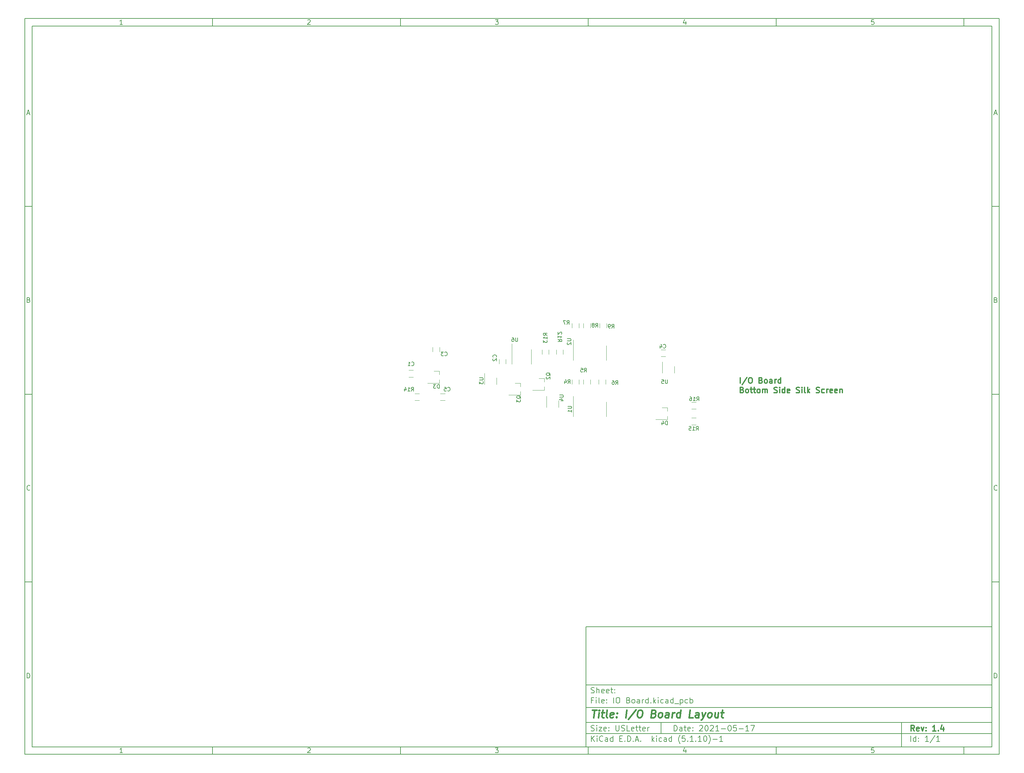
<source format=gbr>
G04 #@! TF.GenerationSoftware,KiCad,Pcbnew,(5.1.10)-1*
G04 #@! TF.CreationDate,2021-05-21T10:06:19-04:00*
G04 #@! TF.ProjectId,IO Board,494f2042-6f61-4726-942e-6b696361645f,1.4*
G04 #@! TF.SameCoordinates,Original*
G04 #@! TF.FileFunction,Legend,Bot*
G04 #@! TF.FilePolarity,Positive*
%FSLAX46Y46*%
G04 Gerber Fmt 4.6, Leading zero omitted, Abs format (unit mm)*
G04 Created by KiCad (PCBNEW (5.1.10)-1) date 2021-05-21 10:06:19*
%MOMM*%
%LPD*%
G01*
G04 APERTURE LIST*
%ADD10C,0.100000*%
%ADD11C,0.150000*%
%ADD12C,0.300000*%
%ADD13C,0.400000*%
%ADD14C,0.120000*%
%ADD15C,1.600000*%
%ADD16R,1.600000X1.600000*%
%ADD17R,1.900000X0.800000*%
%ADD18R,0.650000X1.560000*%
%ADD19R,1.700000X1.700000*%
%ADD20O,1.700000X1.700000*%
G04 APERTURE END LIST*
D10*
D11*
X159400000Y-171900000D02*
X159400000Y-203900000D01*
X267400000Y-203900000D01*
X267400000Y-171900000D01*
X159400000Y-171900000D01*
D10*
D11*
X10000000Y-10000000D02*
X10000000Y-205900000D01*
X269400000Y-205900000D01*
X269400000Y-10000000D01*
X10000000Y-10000000D01*
D10*
D11*
X12000000Y-12000000D02*
X12000000Y-203900000D01*
X267400000Y-203900000D01*
X267400000Y-12000000D01*
X12000000Y-12000000D01*
D10*
D11*
X60000000Y-12000000D02*
X60000000Y-10000000D01*
D10*
D11*
X110000000Y-12000000D02*
X110000000Y-10000000D01*
D10*
D11*
X160000000Y-12000000D02*
X160000000Y-10000000D01*
D10*
D11*
X210000000Y-12000000D02*
X210000000Y-10000000D01*
D10*
D11*
X260000000Y-12000000D02*
X260000000Y-10000000D01*
D10*
D11*
X36065476Y-11588095D02*
X35322619Y-11588095D01*
X35694047Y-11588095D02*
X35694047Y-10288095D01*
X35570238Y-10473809D01*
X35446428Y-10597619D01*
X35322619Y-10659523D01*
D10*
D11*
X85322619Y-10411904D02*
X85384523Y-10350000D01*
X85508333Y-10288095D01*
X85817857Y-10288095D01*
X85941666Y-10350000D01*
X86003571Y-10411904D01*
X86065476Y-10535714D01*
X86065476Y-10659523D01*
X86003571Y-10845238D01*
X85260714Y-11588095D01*
X86065476Y-11588095D01*
D10*
D11*
X135260714Y-10288095D02*
X136065476Y-10288095D01*
X135632142Y-10783333D01*
X135817857Y-10783333D01*
X135941666Y-10845238D01*
X136003571Y-10907142D01*
X136065476Y-11030952D01*
X136065476Y-11340476D01*
X136003571Y-11464285D01*
X135941666Y-11526190D01*
X135817857Y-11588095D01*
X135446428Y-11588095D01*
X135322619Y-11526190D01*
X135260714Y-11464285D01*
D10*
D11*
X185941666Y-10721428D02*
X185941666Y-11588095D01*
X185632142Y-10226190D02*
X185322619Y-11154761D01*
X186127380Y-11154761D01*
D10*
D11*
X236003571Y-10288095D02*
X235384523Y-10288095D01*
X235322619Y-10907142D01*
X235384523Y-10845238D01*
X235508333Y-10783333D01*
X235817857Y-10783333D01*
X235941666Y-10845238D01*
X236003571Y-10907142D01*
X236065476Y-11030952D01*
X236065476Y-11340476D01*
X236003571Y-11464285D01*
X235941666Y-11526190D01*
X235817857Y-11588095D01*
X235508333Y-11588095D01*
X235384523Y-11526190D01*
X235322619Y-11464285D01*
D10*
D11*
X60000000Y-203900000D02*
X60000000Y-205900000D01*
D10*
D11*
X110000000Y-203900000D02*
X110000000Y-205900000D01*
D10*
D11*
X160000000Y-203900000D02*
X160000000Y-205900000D01*
D10*
D11*
X210000000Y-203900000D02*
X210000000Y-205900000D01*
D10*
D11*
X260000000Y-203900000D02*
X260000000Y-205900000D01*
D10*
D11*
X36065476Y-205488095D02*
X35322619Y-205488095D01*
X35694047Y-205488095D02*
X35694047Y-204188095D01*
X35570238Y-204373809D01*
X35446428Y-204497619D01*
X35322619Y-204559523D01*
D10*
D11*
X85322619Y-204311904D02*
X85384523Y-204250000D01*
X85508333Y-204188095D01*
X85817857Y-204188095D01*
X85941666Y-204250000D01*
X86003571Y-204311904D01*
X86065476Y-204435714D01*
X86065476Y-204559523D01*
X86003571Y-204745238D01*
X85260714Y-205488095D01*
X86065476Y-205488095D01*
D10*
D11*
X135260714Y-204188095D02*
X136065476Y-204188095D01*
X135632142Y-204683333D01*
X135817857Y-204683333D01*
X135941666Y-204745238D01*
X136003571Y-204807142D01*
X136065476Y-204930952D01*
X136065476Y-205240476D01*
X136003571Y-205364285D01*
X135941666Y-205426190D01*
X135817857Y-205488095D01*
X135446428Y-205488095D01*
X135322619Y-205426190D01*
X135260714Y-205364285D01*
D10*
D11*
X185941666Y-204621428D02*
X185941666Y-205488095D01*
X185632142Y-204126190D02*
X185322619Y-205054761D01*
X186127380Y-205054761D01*
D10*
D11*
X236003571Y-204188095D02*
X235384523Y-204188095D01*
X235322619Y-204807142D01*
X235384523Y-204745238D01*
X235508333Y-204683333D01*
X235817857Y-204683333D01*
X235941666Y-204745238D01*
X236003571Y-204807142D01*
X236065476Y-204930952D01*
X236065476Y-205240476D01*
X236003571Y-205364285D01*
X235941666Y-205426190D01*
X235817857Y-205488095D01*
X235508333Y-205488095D01*
X235384523Y-205426190D01*
X235322619Y-205364285D01*
D10*
D11*
X10000000Y-60000000D02*
X12000000Y-60000000D01*
D10*
D11*
X10000000Y-110000000D02*
X12000000Y-110000000D01*
D10*
D11*
X10000000Y-160000000D02*
X12000000Y-160000000D01*
D10*
D11*
X10690476Y-35216666D02*
X11309523Y-35216666D01*
X10566666Y-35588095D02*
X11000000Y-34288095D01*
X11433333Y-35588095D01*
D10*
D11*
X11092857Y-84907142D02*
X11278571Y-84969047D01*
X11340476Y-85030952D01*
X11402380Y-85154761D01*
X11402380Y-85340476D01*
X11340476Y-85464285D01*
X11278571Y-85526190D01*
X11154761Y-85588095D01*
X10659523Y-85588095D01*
X10659523Y-84288095D01*
X11092857Y-84288095D01*
X11216666Y-84350000D01*
X11278571Y-84411904D01*
X11340476Y-84535714D01*
X11340476Y-84659523D01*
X11278571Y-84783333D01*
X11216666Y-84845238D01*
X11092857Y-84907142D01*
X10659523Y-84907142D01*
D10*
D11*
X11402380Y-135464285D02*
X11340476Y-135526190D01*
X11154761Y-135588095D01*
X11030952Y-135588095D01*
X10845238Y-135526190D01*
X10721428Y-135402380D01*
X10659523Y-135278571D01*
X10597619Y-135030952D01*
X10597619Y-134845238D01*
X10659523Y-134597619D01*
X10721428Y-134473809D01*
X10845238Y-134350000D01*
X11030952Y-134288095D01*
X11154761Y-134288095D01*
X11340476Y-134350000D01*
X11402380Y-134411904D01*
D10*
D11*
X10659523Y-185588095D02*
X10659523Y-184288095D01*
X10969047Y-184288095D01*
X11154761Y-184350000D01*
X11278571Y-184473809D01*
X11340476Y-184597619D01*
X11402380Y-184845238D01*
X11402380Y-185030952D01*
X11340476Y-185278571D01*
X11278571Y-185402380D01*
X11154761Y-185526190D01*
X10969047Y-185588095D01*
X10659523Y-185588095D01*
D10*
D11*
X269400000Y-60000000D02*
X267400000Y-60000000D01*
D10*
D11*
X269400000Y-110000000D02*
X267400000Y-110000000D01*
D10*
D11*
X269400000Y-160000000D02*
X267400000Y-160000000D01*
D10*
D11*
X268090476Y-35216666D02*
X268709523Y-35216666D01*
X267966666Y-35588095D02*
X268400000Y-34288095D01*
X268833333Y-35588095D01*
D10*
D11*
X268492857Y-84907142D02*
X268678571Y-84969047D01*
X268740476Y-85030952D01*
X268802380Y-85154761D01*
X268802380Y-85340476D01*
X268740476Y-85464285D01*
X268678571Y-85526190D01*
X268554761Y-85588095D01*
X268059523Y-85588095D01*
X268059523Y-84288095D01*
X268492857Y-84288095D01*
X268616666Y-84350000D01*
X268678571Y-84411904D01*
X268740476Y-84535714D01*
X268740476Y-84659523D01*
X268678571Y-84783333D01*
X268616666Y-84845238D01*
X268492857Y-84907142D01*
X268059523Y-84907142D01*
D10*
D11*
X268802380Y-135464285D02*
X268740476Y-135526190D01*
X268554761Y-135588095D01*
X268430952Y-135588095D01*
X268245238Y-135526190D01*
X268121428Y-135402380D01*
X268059523Y-135278571D01*
X267997619Y-135030952D01*
X267997619Y-134845238D01*
X268059523Y-134597619D01*
X268121428Y-134473809D01*
X268245238Y-134350000D01*
X268430952Y-134288095D01*
X268554761Y-134288095D01*
X268740476Y-134350000D01*
X268802380Y-134411904D01*
D10*
D11*
X268059523Y-185588095D02*
X268059523Y-184288095D01*
X268369047Y-184288095D01*
X268554761Y-184350000D01*
X268678571Y-184473809D01*
X268740476Y-184597619D01*
X268802380Y-184845238D01*
X268802380Y-185030952D01*
X268740476Y-185278571D01*
X268678571Y-185402380D01*
X268554761Y-185526190D01*
X268369047Y-185588095D01*
X268059523Y-185588095D01*
D10*
D11*
X182832142Y-199678571D02*
X182832142Y-198178571D01*
X183189285Y-198178571D01*
X183403571Y-198250000D01*
X183546428Y-198392857D01*
X183617857Y-198535714D01*
X183689285Y-198821428D01*
X183689285Y-199035714D01*
X183617857Y-199321428D01*
X183546428Y-199464285D01*
X183403571Y-199607142D01*
X183189285Y-199678571D01*
X182832142Y-199678571D01*
X184975000Y-199678571D02*
X184975000Y-198892857D01*
X184903571Y-198750000D01*
X184760714Y-198678571D01*
X184475000Y-198678571D01*
X184332142Y-198750000D01*
X184975000Y-199607142D02*
X184832142Y-199678571D01*
X184475000Y-199678571D01*
X184332142Y-199607142D01*
X184260714Y-199464285D01*
X184260714Y-199321428D01*
X184332142Y-199178571D01*
X184475000Y-199107142D01*
X184832142Y-199107142D01*
X184975000Y-199035714D01*
X185475000Y-198678571D02*
X186046428Y-198678571D01*
X185689285Y-198178571D02*
X185689285Y-199464285D01*
X185760714Y-199607142D01*
X185903571Y-199678571D01*
X186046428Y-199678571D01*
X187117857Y-199607142D02*
X186975000Y-199678571D01*
X186689285Y-199678571D01*
X186546428Y-199607142D01*
X186475000Y-199464285D01*
X186475000Y-198892857D01*
X186546428Y-198750000D01*
X186689285Y-198678571D01*
X186975000Y-198678571D01*
X187117857Y-198750000D01*
X187189285Y-198892857D01*
X187189285Y-199035714D01*
X186475000Y-199178571D01*
X187832142Y-199535714D02*
X187903571Y-199607142D01*
X187832142Y-199678571D01*
X187760714Y-199607142D01*
X187832142Y-199535714D01*
X187832142Y-199678571D01*
X187832142Y-198750000D02*
X187903571Y-198821428D01*
X187832142Y-198892857D01*
X187760714Y-198821428D01*
X187832142Y-198750000D01*
X187832142Y-198892857D01*
X189617857Y-198321428D02*
X189689285Y-198250000D01*
X189832142Y-198178571D01*
X190189285Y-198178571D01*
X190332142Y-198250000D01*
X190403571Y-198321428D01*
X190475000Y-198464285D01*
X190475000Y-198607142D01*
X190403571Y-198821428D01*
X189546428Y-199678571D01*
X190475000Y-199678571D01*
X191403571Y-198178571D02*
X191546428Y-198178571D01*
X191689285Y-198250000D01*
X191760714Y-198321428D01*
X191832142Y-198464285D01*
X191903571Y-198750000D01*
X191903571Y-199107142D01*
X191832142Y-199392857D01*
X191760714Y-199535714D01*
X191689285Y-199607142D01*
X191546428Y-199678571D01*
X191403571Y-199678571D01*
X191260714Y-199607142D01*
X191189285Y-199535714D01*
X191117857Y-199392857D01*
X191046428Y-199107142D01*
X191046428Y-198750000D01*
X191117857Y-198464285D01*
X191189285Y-198321428D01*
X191260714Y-198250000D01*
X191403571Y-198178571D01*
X192475000Y-198321428D02*
X192546428Y-198250000D01*
X192689285Y-198178571D01*
X193046428Y-198178571D01*
X193189285Y-198250000D01*
X193260714Y-198321428D01*
X193332142Y-198464285D01*
X193332142Y-198607142D01*
X193260714Y-198821428D01*
X192403571Y-199678571D01*
X193332142Y-199678571D01*
X194760714Y-199678571D02*
X193903571Y-199678571D01*
X194332142Y-199678571D02*
X194332142Y-198178571D01*
X194189285Y-198392857D01*
X194046428Y-198535714D01*
X193903571Y-198607142D01*
X195403571Y-199107142D02*
X196546428Y-199107142D01*
X197546428Y-198178571D02*
X197689285Y-198178571D01*
X197832142Y-198250000D01*
X197903571Y-198321428D01*
X197975000Y-198464285D01*
X198046428Y-198750000D01*
X198046428Y-199107142D01*
X197975000Y-199392857D01*
X197903571Y-199535714D01*
X197832142Y-199607142D01*
X197689285Y-199678571D01*
X197546428Y-199678571D01*
X197403571Y-199607142D01*
X197332142Y-199535714D01*
X197260714Y-199392857D01*
X197189285Y-199107142D01*
X197189285Y-198750000D01*
X197260714Y-198464285D01*
X197332142Y-198321428D01*
X197403571Y-198250000D01*
X197546428Y-198178571D01*
X199403571Y-198178571D02*
X198689285Y-198178571D01*
X198617857Y-198892857D01*
X198689285Y-198821428D01*
X198832142Y-198750000D01*
X199189285Y-198750000D01*
X199332142Y-198821428D01*
X199403571Y-198892857D01*
X199475000Y-199035714D01*
X199475000Y-199392857D01*
X199403571Y-199535714D01*
X199332142Y-199607142D01*
X199189285Y-199678571D01*
X198832142Y-199678571D01*
X198689285Y-199607142D01*
X198617857Y-199535714D01*
X200117857Y-199107142D02*
X201260714Y-199107142D01*
X202760714Y-199678571D02*
X201903571Y-199678571D01*
X202332142Y-199678571D02*
X202332142Y-198178571D01*
X202189285Y-198392857D01*
X202046428Y-198535714D01*
X201903571Y-198607142D01*
X203260714Y-198178571D02*
X204260714Y-198178571D01*
X203617857Y-199678571D01*
D10*
D11*
X159400000Y-200400000D02*
X267400000Y-200400000D01*
D10*
D11*
X160832142Y-202478571D02*
X160832142Y-200978571D01*
X161689285Y-202478571D02*
X161046428Y-201621428D01*
X161689285Y-200978571D02*
X160832142Y-201835714D01*
X162332142Y-202478571D02*
X162332142Y-201478571D01*
X162332142Y-200978571D02*
X162260714Y-201050000D01*
X162332142Y-201121428D01*
X162403571Y-201050000D01*
X162332142Y-200978571D01*
X162332142Y-201121428D01*
X163903571Y-202335714D02*
X163832142Y-202407142D01*
X163617857Y-202478571D01*
X163475000Y-202478571D01*
X163260714Y-202407142D01*
X163117857Y-202264285D01*
X163046428Y-202121428D01*
X162975000Y-201835714D01*
X162975000Y-201621428D01*
X163046428Y-201335714D01*
X163117857Y-201192857D01*
X163260714Y-201050000D01*
X163475000Y-200978571D01*
X163617857Y-200978571D01*
X163832142Y-201050000D01*
X163903571Y-201121428D01*
X165189285Y-202478571D02*
X165189285Y-201692857D01*
X165117857Y-201550000D01*
X164975000Y-201478571D01*
X164689285Y-201478571D01*
X164546428Y-201550000D01*
X165189285Y-202407142D02*
X165046428Y-202478571D01*
X164689285Y-202478571D01*
X164546428Y-202407142D01*
X164475000Y-202264285D01*
X164475000Y-202121428D01*
X164546428Y-201978571D01*
X164689285Y-201907142D01*
X165046428Y-201907142D01*
X165189285Y-201835714D01*
X166546428Y-202478571D02*
X166546428Y-200978571D01*
X166546428Y-202407142D02*
X166403571Y-202478571D01*
X166117857Y-202478571D01*
X165975000Y-202407142D01*
X165903571Y-202335714D01*
X165832142Y-202192857D01*
X165832142Y-201764285D01*
X165903571Y-201621428D01*
X165975000Y-201550000D01*
X166117857Y-201478571D01*
X166403571Y-201478571D01*
X166546428Y-201550000D01*
X168403571Y-201692857D02*
X168903571Y-201692857D01*
X169117857Y-202478571D02*
X168403571Y-202478571D01*
X168403571Y-200978571D01*
X169117857Y-200978571D01*
X169760714Y-202335714D02*
X169832142Y-202407142D01*
X169760714Y-202478571D01*
X169689285Y-202407142D01*
X169760714Y-202335714D01*
X169760714Y-202478571D01*
X170475000Y-202478571D02*
X170475000Y-200978571D01*
X170832142Y-200978571D01*
X171046428Y-201050000D01*
X171189285Y-201192857D01*
X171260714Y-201335714D01*
X171332142Y-201621428D01*
X171332142Y-201835714D01*
X171260714Y-202121428D01*
X171189285Y-202264285D01*
X171046428Y-202407142D01*
X170832142Y-202478571D01*
X170475000Y-202478571D01*
X171975000Y-202335714D02*
X172046428Y-202407142D01*
X171975000Y-202478571D01*
X171903571Y-202407142D01*
X171975000Y-202335714D01*
X171975000Y-202478571D01*
X172617857Y-202050000D02*
X173332142Y-202050000D01*
X172475000Y-202478571D02*
X172975000Y-200978571D01*
X173475000Y-202478571D01*
X173975000Y-202335714D02*
X174046428Y-202407142D01*
X173975000Y-202478571D01*
X173903571Y-202407142D01*
X173975000Y-202335714D01*
X173975000Y-202478571D01*
X176975000Y-202478571D02*
X176975000Y-200978571D01*
X177117857Y-201907142D02*
X177546428Y-202478571D01*
X177546428Y-201478571D02*
X176975000Y-202050000D01*
X178189285Y-202478571D02*
X178189285Y-201478571D01*
X178189285Y-200978571D02*
X178117857Y-201050000D01*
X178189285Y-201121428D01*
X178260714Y-201050000D01*
X178189285Y-200978571D01*
X178189285Y-201121428D01*
X179546428Y-202407142D02*
X179403571Y-202478571D01*
X179117857Y-202478571D01*
X178975000Y-202407142D01*
X178903571Y-202335714D01*
X178832142Y-202192857D01*
X178832142Y-201764285D01*
X178903571Y-201621428D01*
X178975000Y-201550000D01*
X179117857Y-201478571D01*
X179403571Y-201478571D01*
X179546428Y-201550000D01*
X180832142Y-202478571D02*
X180832142Y-201692857D01*
X180760714Y-201550000D01*
X180617857Y-201478571D01*
X180332142Y-201478571D01*
X180189285Y-201550000D01*
X180832142Y-202407142D02*
X180689285Y-202478571D01*
X180332142Y-202478571D01*
X180189285Y-202407142D01*
X180117857Y-202264285D01*
X180117857Y-202121428D01*
X180189285Y-201978571D01*
X180332142Y-201907142D01*
X180689285Y-201907142D01*
X180832142Y-201835714D01*
X182189285Y-202478571D02*
X182189285Y-200978571D01*
X182189285Y-202407142D02*
X182046428Y-202478571D01*
X181760714Y-202478571D01*
X181617857Y-202407142D01*
X181546428Y-202335714D01*
X181475000Y-202192857D01*
X181475000Y-201764285D01*
X181546428Y-201621428D01*
X181617857Y-201550000D01*
X181760714Y-201478571D01*
X182046428Y-201478571D01*
X182189285Y-201550000D01*
X184475000Y-203050000D02*
X184403571Y-202978571D01*
X184260714Y-202764285D01*
X184189285Y-202621428D01*
X184117857Y-202407142D01*
X184046428Y-202050000D01*
X184046428Y-201764285D01*
X184117857Y-201407142D01*
X184189285Y-201192857D01*
X184260714Y-201050000D01*
X184403571Y-200835714D01*
X184475000Y-200764285D01*
X185760714Y-200978571D02*
X185046428Y-200978571D01*
X184975000Y-201692857D01*
X185046428Y-201621428D01*
X185189285Y-201550000D01*
X185546428Y-201550000D01*
X185689285Y-201621428D01*
X185760714Y-201692857D01*
X185832142Y-201835714D01*
X185832142Y-202192857D01*
X185760714Y-202335714D01*
X185689285Y-202407142D01*
X185546428Y-202478571D01*
X185189285Y-202478571D01*
X185046428Y-202407142D01*
X184975000Y-202335714D01*
X186475000Y-202335714D02*
X186546428Y-202407142D01*
X186475000Y-202478571D01*
X186403571Y-202407142D01*
X186475000Y-202335714D01*
X186475000Y-202478571D01*
X187975000Y-202478571D02*
X187117857Y-202478571D01*
X187546428Y-202478571D02*
X187546428Y-200978571D01*
X187403571Y-201192857D01*
X187260714Y-201335714D01*
X187117857Y-201407142D01*
X188617857Y-202335714D02*
X188689285Y-202407142D01*
X188617857Y-202478571D01*
X188546428Y-202407142D01*
X188617857Y-202335714D01*
X188617857Y-202478571D01*
X190117857Y-202478571D02*
X189260714Y-202478571D01*
X189689285Y-202478571D02*
X189689285Y-200978571D01*
X189546428Y-201192857D01*
X189403571Y-201335714D01*
X189260714Y-201407142D01*
X191046428Y-200978571D02*
X191189285Y-200978571D01*
X191332142Y-201050000D01*
X191403571Y-201121428D01*
X191475000Y-201264285D01*
X191546428Y-201550000D01*
X191546428Y-201907142D01*
X191475000Y-202192857D01*
X191403571Y-202335714D01*
X191332142Y-202407142D01*
X191189285Y-202478571D01*
X191046428Y-202478571D01*
X190903571Y-202407142D01*
X190832142Y-202335714D01*
X190760714Y-202192857D01*
X190689285Y-201907142D01*
X190689285Y-201550000D01*
X190760714Y-201264285D01*
X190832142Y-201121428D01*
X190903571Y-201050000D01*
X191046428Y-200978571D01*
X192046428Y-203050000D02*
X192117857Y-202978571D01*
X192260714Y-202764285D01*
X192332142Y-202621428D01*
X192403571Y-202407142D01*
X192475000Y-202050000D01*
X192475000Y-201764285D01*
X192403571Y-201407142D01*
X192332142Y-201192857D01*
X192260714Y-201050000D01*
X192117857Y-200835714D01*
X192046428Y-200764285D01*
X193189285Y-201907142D02*
X194332142Y-201907142D01*
X195832142Y-202478571D02*
X194975000Y-202478571D01*
X195403571Y-202478571D02*
X195403571Y-200978571D01*
X195260714Y-201192857D01*
X195117857Y-201335714D01*
X194975000Y-201407142D01*
D10*
D11*
X159400000Y-197400000D02*
X267400000Y-197400000D01*
D10*
D12*
X246809285Y-199678571D02*
X246309285Y-198964285D01*
X245952142Y-199678571D02*
X245952142Y-198178571D01*
X246523571Y-198178571D01*
X246666428Y-198250000D01*
X246737857Y-198321428D01*
X246809285Y-198464285D01*
X246809285Y-198678571D01*
X246737857Y-198821428D01*
X246666428Y-198892857D01*
X246523571Y-198964285D01*
X245952142Y-198964285D01*
X248023571Y-199607142D02*
X247880714Y-199678571D01*
X247595000Y-199678571D01*
X247452142Y-199607142D01*
X247380714Y-199464285D01*
X247380714Y-198892857D01*
X247452142Y-198750000D01*
X247595000Y-198678571D01*
X247880714Y-198678571D01*
X248023571Y-198750000D01*
X248095000Y-198892857D01*
X248095000Y-199035714D01*
X247380714Y-199178571D01*
X248595000Y-198678571D02*
X248952142Y-199678571D01*
X249309285Y-198678571D01*
X249880714Y-199535714D02*
X249952142Y-199607142D01*
X249880714Y-199678571D01*
X249809285Y-199607142D01*
X249880714Y-199535714D01*
X249880714Y-199678571D01*
X249880714Y-198750000D02*
X249952142Y-198821428D01*
X249880714Y-198892857D01*
X249809285Y-198821428D01*
X249880714Y-198750000D01*
X249880714Y-198892857D01*
X252523571Y-199678571D02*
X251666428Y-199678571D01*
X252095000Y-199678571D02*
X252095000Y-198178571D01*
X251952142Y-198392857D01*
X251809285Y-198535714D01*
X251666428Y-198607142D01*
X253166428Y-199535714D02*
X253237857Y-199607142D01*
X253166428Y-199678571D01*
X253095000Y-199607142D01*
X253166428Y-199535714D01*
X253166428Y-199678571D01*
X254523571Y-198678571D02*
X254523571Y-199678571D01*
X254166428Y-198107142D02*
X253809285Y-199178571D01*
X254737857Y-199178571D01*
D10*
D11*
X160760714Y-199607142D02*
X160975000Y-199678571D01*
X161332142Y-199678571D01*
X161475000Y-199607142D01*
X161546428Y-199535714D01*
X161617857Y-199392857D01*
X161617857Y-199250000D01*
X161546428Y-199107142D01*
X161475000Y-199035714D01*
X161332142Y-198964285D01*
X161046428Y-198892857D01*
X160903571Y-198821428D01*
X160832142Y-198750000D01*
X160760714Y-198607142D01*
X160760714Y-198464285D01*
X160832142Y-198321428D01*
X160903571Y-198250000D01*
X161046428Y-198178571D01*
X161403571Y-198178571D01*
X161617857Y-198250000D01*
X162260714Y-199678571D02*
X162260714Y-198678571D01*
X162260714Y-198178571D02*
X162189285Y-198250000D01*
X162260714Y-198321428D01*
X162332142Y-198250000D01*
X162260714Y-198178571D01*
X162260714Y-198321428D01*
X162832142Y-198678571D02*
X163617857Y-198678571D01*
X162832142Y-199678571D01*
X163617857Y-199678571D01*
X164760714Y-199607142D02*
X164617857Y-199678571D01*
X164332142Y-199678571D01*
X164189285Y-199607142D01*
X164117857Y-199464285D01*
X164117857Y-198892857D01*
X164189285Y-198750000D01*
X164332142Y-198678571D01*
X164617857Y-198678571D01*
X164760714Y-198750000D01*
X164832142Y-198892857D01*
X164832142Y-199035714D01*
X164117857Y-199178571D01*
X165475000Y-199535714D02*
X165546428Y-199607142D01*
X165475000Y-199678571D01*
X165403571Y-199607142D01*
X165475000Y-199535714D01*
X165475000Y-199678571D01*
X165475000Y-198750000D02*
X165546428Y-198821428D01*
X165475000Y-198892857D01*
X165403571Y-198821428D01*
X165475000Y-198750000D01*
X165475000Y-198892857D01*
X167332142Y-198178571D02*
X167332142Y-199392857D01*
X167403571Y-199535714D01*
X167475000Y-199607142D01*
X167617857Y-199678571D01*
X167903571Y-199678571D01*
X168046428Y-199607142D01*
X168117857Y-199535714D01*
X168189285Y-199392857D01*
X168189285Y-198178571D01*
X168832142Y-199607142D02*
X169046428Y-199678571D01*
X169403571Y-199678571D01*
X169546428Y-199607142D01*
X169617857Y-199535714D01*
X169689285Y-199392857D01*
X169689285Y-199250000D01*
X169617857Y-199107142D01*
X169546428Y-199035714D01*
X169403571Y-198964285D01*
X169117857Y-198892857D01*
X168975000Y-198821428D01*
X168903571Y-198750000D01*
X168832142Y-198607142D01*
X168832142Y-198464285D01*
X168903571Y-198321428D01*
X168975000Y-198250000D01*
X169117857Y-198178571D01*
X169475000Y-198178571D01*
X169689285Y-198250000D01*
X171046428Y-199678571D02*
X170332142Y-199678571D01*
X170332142Y-198178571D01*
X172117857Y-199607142D02*
X171975000Y-199678571D01*
X171689285Y-199678571D01*
X171546428Y-199607142D01*
X171475000Y-199464285D01*
X171475000Y-198892857D01*
X171546428Y-198750000D01*
X171689285Y-198678571D01*
X171975000Y-198678571D01*
X172117857Y-198750000D01*
X172189285Y-198892857D01*
X172189285Y-199035714D01*
X171475000Y-199178571D01*
X172617857Y-198678571D02*
X173189285Y-198678571D01*
X172832142Y-198178571D02*
X172832142Y-199464285D01*
X172903571Y-199607142D01*
X173046428Y-199678571D01*
X173189285Y-199678571D01*
X173475000Y-198678571D02*
X174046428Y-198678571D01*
X173689285Y-198178571D02*
X173689285Y-199464285D01*
X173760714Y-199607142D01*
X173903571Y-199678571D01*
X174046428Y-199678571D01*
X175117857Y-199607142D02*
X174975000Y-199678571D01*
X174689285Y-199678571D01*
X174546428Y-199607142D01*
X174475000Y-199464285D01*
X174475000Y-198892857D01*
X174546428Y-198750000D01*
X174689285Y-198678571D01*
X174975000Y-198678571D01*
X175117857Y-198750000D01*
X175189285Y-198892857D01*
X175189285Y-199035714D01*
X174475000Y-199178571D01*
X175832142Y-199678571D02*
X175832142Y-198678571D01*
X175832142Y-198964285D02*
X175903571Y-198821428D01*
X175975000Y-198750000D01*
X176117857Y-198678571D01*
X176260714Y-198678571D01*
D10*
D11*
X245832142Y-202478571D02*
X245832142Y-200978571D01*
X247189285Y-202478571D02*
X247189285Y-200978571D01*
X247189285Y-202407142D02*
X247046428Y-202478571D01*
X246760714Y-202478571D01*
X246617857Y-202407142D01*
X246546428Y-202335714D01*
X246475000Y-202192857D01*
X246475000Y-201764285D01*
X246546428Y-201621428D01*
X246617857Y-201550000D01*
X246760714Y-201478571D01*
X247046428Y-201478571D01*
X247189285Y-201550000D01*
X247903571Y-202335714D02*
X247975000Y-202407142D01*
X247903571Y-202478571D01*
X247832142Y-202407142D01*
X247903571Y-202335714D01*
X247903571Y-202478571D01*
X247903571Y-201550000D02*
X247975000Y-201621428D01*
X247903571Y-201692857D01*
X247832142Y-201621428D01*
X247903571Y-201550000D01*
X247903571Y-201692857D01*
X250546428Y-202478571D02*
X249689285Y-202478571D01*
X250117857Y-202478571D02*
X250117857Y-200978571D01*
X249975000Y-201192857D01*
X249832142Y-201335714D01*
X249689285Y-201407142D01*
X252260714Y-200907142D02*
X250975000Y-202835714D01*
X253546428Y-202478571D02*
X252689285Y-202478571D01*
X253117857Y-202478571D02*
X253117857Y-200978571D01*
X252975000Y-201192857D01*
X252832142Y-201335714D01*
X252689285Y-201407142D01*
D10*
D11*
X159400000Y-193400000D02*
X267400000Y-193400000D01*
D10*
D13*
X161112380Y-194104761D02*
X162255238Y-194104761D01*
X161433809Y-196104761D02*
X161683809Y-194104761D01*
X162671904Y-196104761D02*
X162838571Y-194771428D01*
X162921904Y-194104761D02*
X162814761Y-194200000D01*
X162898095Y-194295238D01*
X163005238Y-194200000D01*
X162921904Y-194104761D01*
X162898095Y-194295238D01*
X163505238Y-194771428D02*
X164267142Y-194771428D01*
X163874285Y-194104761D02*
X163660000Y-195819047D01*
X163731428Y-196009523D01*
X163910000Y-196104761D01*
X164100476Y-196104761D01*
X165052857Y-196104761D02*
X164874285Y-196009523D01*
X164802857Y-195819047D01*
X165017142Y-194104761D01*
X166588571Y-196009523D02*
X166386190Y-196104761D01*
X166005238Y-196104761D01*
X165826666Y-196009523D01*
X165755238Y-195819047D01*
X165850476Y-195057142D01*
X165969523Y-194866666D01*
X166171904Y-194771428D01*
X166552857Y-194771428D01*
X166731428Y-194866666D01*
X166802857Y-195057142D01*
X166779047Y-195247619D01*
X165802857Y-195438095D01*
X167552857Y-195914285D02*
X167636190Y-196009523D01*
X167529047Y-196104761D01*
X167445714Y-196009523D01*
X167552857Y-195914285D01*
X167529047Y-196104761D01*
X167683809Y-194866666D02*
X167767142Y-194961904D01*
X167660000Y-195057142D01*
X167576666Y-194961904D01*
X167683809Y-194866666D01*
X167660000Y-195057142D01*
X170005238Y-196104761D02*
X170255238Y-194104761D01*
X172648095Y-194009523D02*
X170612380Y-196580952D01*
X173683809Y-194104761D02*
X174064761Y-194104761D01*
X174243333Y-194200000D01*
X174410000Y-194390476D01*
X174457619Y-194771428D01*
X174374285Y-195438095D01*
X174231428Y-195819047D01*
X174017142Y-196009523D01*
X173814761Y-196104761D01*
X173433809Y-196104761D01*
X173255238Y-196009523D01*
X173088571Y-195819047D01*
X173040952Y-195438095D01*
X173124285Y-194771428D01*
X173267142Y-194390476D01*
X173481428Y-194200000D01*
X173683809Y-194104761D01*
X177469523Y-195057142D02*
X177743333Y-195152380D01*
X177826666Y-195247619D01*
X177898095Y-195438095D01*
X177862380Y-195723809D01*
X177743333Y-195914285D01*
X177636190Y-196009523D01*
X177433809Y-196104761D01*
X176671904Y-196104761D01*
X176921904Y-194104761D01*
X177588571Y-194104761D01*
X177767142Y-194200000D01*
X177850476Y-194295238D01*
X177921904Y-194485714D01*
X177898095Y-194676190D01*
X177779047Y-194866666D01*
X177671904Y-194961904D01*
X177469523Y-195057142D01*
X176802857Y-195057142D01*
X178957619Y-196104761D02*
X178779047Y-196009523D01*
X178695714Y-195914285D01*
X178624285Y-195723809D01*
X178695714Y-195152380D01*
X178814761Y-194961904D01*
X178921904Y-194866666D01*
X179124285Y-194771428D01*
X179410000Y-194771428D01*
X179588571Y-194866666D01*
X179671904Y-194961904D01*
X179743333Y-195152380D01*
X179671904Y-195723809D01*
X179552857Y-195914285D01*
X179445714Y-196009523D01*
X179243333Y-196104761D01*
X178957619Y-196104761D01*
X181338571Y-196104761D02*
X181469523Y-195057142D01*
X181398095Y-194866666D01*
X181219523Y-194771428D01*
X180838571Y-194771428D01*
X180636190Y-194866666D01*
X181350476Y-196009523D02*
X181148095Y-196104761D01*
X180671904Y-196104761D01*
X180493333Y-196009523D01*
X180421904Y-195819047D01*
X180445714Y-195628571D01*
X180564761Y-195438095D01*
X180767142Y-195342857D01*
X181243333Y-195342857D01*
X181445714Y-195247619D01*
X182290952Y-196104761D02*
X182457619Y-194771428D01*
X182410000Y-195152380D02*
X182529047Y-194961904D01*
X182636190Y-194866666D01*
X182838571Y-194771428D01*
X183029047Y-194771428D01*
X184386190Y-196104761D02*
X184636190Y-194104761D01*
X184398095Y-196009523D02*
X184195714Y-196104761D01*
X183814761Y-196104761D01*
X183636190Y-196009523D01*
X183552857Y-195914285D01*
X183481428Y-195723809D01*
X183552857Y-195152380D01*
X183671904Y-194961904D01*
X183779047Y-194866666D01*
X183981428Y-194771428D01*
X184362380Y-194771428D01*
X184540952Y-194866666D01*
X187814761Y-196104761D02*
X186862380Y-196104761D01*
X187112380Y-194104761D01*
X189338571Y-196104761D02*
X189469523Y-195057142D01*
X189398095Y-194866666D01*
X189219523Y-194771428D01*
X188838571Y-194771428D01*
X188636190Y-194866666D01*
X189350476Y-196009523D02*
X189148095Y-196104761D01*
X188671904Y-196104761D01*
X188493333Y-196009523D01*
X188421904Y-195819047D01*
X188445714Y-195628571D01*
X188564761Y-195438095D01*
X188767142Y-195342857D01*
X189243333Y-195342857D01*
X189445714Y-195247619D01*
X190267142Y-194771428D02*
X190576666Y-196104761D01*
X191219523Y-194771428D02*
X190576666Y-196104761D01*
X190326666Y-196580952D01*
X190219523Y-196676190D01*
X190017142Y-196771428D01*
X192100476Y-196104761D02*
X191921904Y-196009523D01*
X191838571Y-195914285D01*
X191767142Y-195723809D01*
X191838571Y-195152380D01*
X191957619Y-194961904D01*
X192064761Y-194866666D01*
X192267142Y-194771428D01*
X192552857Y-194771428D01*
X192731428Y-194866666D01*
X192814761Y-194961904D01*
X192886190Y-195152380D01*
X192814761Y-195723809D01*
X192695714Y-195914285D01*
X192588571Y-196009523D01*
X192386190Y-196104761D01*
X192100476Y-196104761D01*
X194648095Y-194771428D02*
X194481428Y-196104761D01*
X193790952Y-194771428D02*
X193660000Y-195819047D01*
X193731428Y-196009523D01*
X193910000Y-196104761D01*
X194195714Y-196104761D01*
X194398095Y-196009523D01*
X194505238Y-195914285D01*
X195314761Y-194771428D02*
X196076666Y-194771428D01*
X195683809Y-194104761D02*
X195469523Y-195819047D01*
X195540952Y-196009523D01*
X195719523Y-196104761D01*
X195910000Y-196104761D01*
D10*
D11*
X161332142Y-191492857D02*
X160832142Y-191492857D01*
X160832142Y-192278571D02*
X160832142Y-190778571D01*
X161546428Y-190778571D01*
X162117857Y-192278571D02*
X162117857Y-191278571D01*
X162117857Y-190778571D02*
X162046428Y-190850000D01*
X162117857Y-190921428D01*
X162189285Y-190850000D01*
X162117857Y-190778571D01*
X162117857Y-190921428D01*
X163046428Y-192278571D02*
X162903571Y-192207142D01*
X162832142Y-192064285D01*
X162832142Y-190778571D01*
X164189285Y-192207142D02*
X164046428Y-192278571D01*
X163760714Y-192278571D01*
X163617857Y-192207142D01*
X163546428Y-192064285D01*
X163546428Y-191492857D01*
X163617857Y-191350000D01*
X163760714Y-191278571D01*
X164046428Y-191278571D01*
X164189285Y-191350000D01*
X164260714Y-191492857D01*
X164260714Y-191635714D01*
X163546428Y-191778571D01*
X164903571Y-192135714D02*
X164975000Y-192207142D01*
X164903571Y-192278571D01*
X164832142Y-192207142D01*
X164903571Y-192135714D01*
X164903571Y-192278571D01*
X164903571Y-191350000D02*
X164975000Y-191421428D01*
X164903571Y-191492857D01*
X164832142Y-191421428D01*
X164903571Y-191350000D01*
X164903571Y-191492857D01*
X166760714Y-192278571D02*
X166760714Y-190778571D01*
X167760714Y-190778571D02*
X168046428Y-190778571D01*
X168189285Y-190850000D01*
X168332142Y-190992857D01*
X168403571Y-191278571D01*
X168403571Y-191778571D01*
X168332142Y-192064285D01*
X168189285Y-192207142D01*
X168046428Y-192278571D01*
X167760714Y-192278571D01*
X167617857Y-192207142D01*
X167475000Y-192064285D01*
X167403571Y-191778571D01*
X167403571Y-191278571D01*
X167475000Y-190992857D01*
X167617857Y-190850000D01*
X167760714Y-190778571D01*
X170689285Y-191492857D02*
X170903571Y-191564285D01*
X170975000Y-191635714D01*
X171046428Y-191778571D01*
X171046428Y-191992857D01*
X170975000Y-192135714D01*
X170903571Y-192207142D01*
X170760714Y-192278571D01*
X170189285Y-192278571D01*
X170189285Y-190778571D01*
X170689285Y-190778571D01*
X170832142Y-190850000D01*
X170903571Y-190921428D01*
X170975000Y-191064285D01*
X170975000Y-191207142D01*
X170903571Y-191350000D01*
X170832142Y-191421428D01*
X170689285Y-191492857D01*
X170189285Y-191492857D01*
X171903571Y-192278571D02*
X171760714Y-192207142D01*
X171689285Y-192135714D01*
X171617857Y-191992857D01*
X171617857Y-191564285D01*
X171689285Y-191421428D01*
X171760714Y-191350000D01*
X171903571Y-191278571D01*
X172117857Y-191278571D01*
X172260714Y-191350000D01*
X172332142Y-191421428D01*
X172403571Y-191564285D01*
X172403571Y-191992857D01*
X172332142Y-192135714D01*
X172260714Y-192207142D01*
X172117857Y-192278571D01*
X171903571Y-192278571D01*
X173689285Y-192278571D02*
X173689285Y-191492857D01*
X173617857Y-191350000D01*
X173475000Y-191278571D01*
X173189285Y-191278571D01*
X173046428Y-191350000D01*
X173689285Y-192207142D02*
X173546428Y-192278571D01*
X173189285Y-192278571D01*
X173046428Y-192207142D01*
X172975000Y-192064285D01*
X172975000Y-191921428D01*
X173046428Y-191778571D01*
X173189285Y-191707142D01*
X173546428Y-191707142D01*
X173689285Y-191635714D01*
X174403571Y-192278571D02*
X174403571Y-191278571D01*
X174403571Y-191564285D02*
X174475000Y-191421428D01*
X174546428Y-191350000D01*
X174689285Y-191278571D01*
X174832142Y-191278571D01*
X175975000Y-192278571D02*
X175975000Y-190778571D01*
X175975000Y-192207142D02*
X175832142Y-192278571D01*
X175546428Y-192278571D01*
X175403571Y-192207142D01*
X175332142Y-192135714D01*
X175260714Y-191992857D01*
X175260714Y-191564285D01*
X175332142Y-191421428D01*
X175403571Y-191350000D01*
X175546428Y-191278571D01*
X175832142Y-191278571D01*
X175975000Y-191350000D01*
X176689285Y-192135714D02*
X176760714Y-192207142D01*
X176689285Y-192278571D01*
X176617857Y-192207142D01*
X176689285Y-192135714D01*
X176689285Y-192278571D01*
X177403571Y-192278571D02*
X177403571Y-190778571D01*
X177546428Y-191707142D02*
X177975000Y-192278571D01*
X177975000Y-191278571D02*
X177403571Y-191850000D01*
X178617857Y-192278571D02*
X178617857Y-191278571D01*
X178617857Y-190778571D02*
X178546428Y-190850000D01*
X178617857Y-190921428D01*
X178689285Y-190850000D01*
X178617857Y-190778571D01*
X178617857Y-190921428D01*
X179975000Y-192207142D02*
X179832142Y-192278571D01*
X179546428Y-192278571D01*
X179403571Y-192207142D01*
X179332142Y-192135714D01*
X179260714Y-191992857D01*
X179260714Y-191564285D01*
X179332142Y-191421428D01*
X179403571Y-191350000D01*
X179546428Y-191278571D01*
X179832142Y-191278571D01*
X179975000Y-191350000D01*
X181260714Y-192278571D02*
X181260714Y-191492857D01*
X181189285Y-191350000D01*
X181046428Y-191278571D01*
X180760714Y-191278571D01*
X180617857Y-191350000D01*
X181260714Y-192207142D02*
X181117857Y-192278571D01*
X180760714Y-192278571D01*
X180617857Y-192207142D01*
X180546428Y-192064285D01*
X180546428Y-191921428D01*
X180617857Y-191778571D01*
X180760714Y-191707142D01*
X181117857Y-191707142D01*
X181260714Y-191635714D01*
X182617857Y-192278571D02*
X182617857Y-190778571D01*
X182617857Y-192207142D02*
X182475000Y-192278571D01*
X182189285Y-192278571D01*
X182046428Y-192207142D01*
X181975000Y-192135714D01*
X181903571Y-191992857D01*
X181903571Y-191564285D01*
X181975000Y-191421428D01*
X182046428Y-191350000D01*
X182189285Y-191278571D01*
X182475000Y-191278571D01*
X182617857Y-191350000D01*
X182975000Y-192421428D02*
X184117857Y-192421428D01*
X184475000Y-191278571D02*
X184475000Y-192778571D01*
X184475000Y-191350000D02*
X184617857Y-191278571D01*
X184903571Y-191278571D01*
X185046428Y-191350000D01*
X185117857Y-191421428D01*
X185189285Y-191564285D01*
X185189285Y-191992857D01*
X185117857Y-192135714D01*
X185046428Y-192207142D01*
X184903571Y-192278571D01*
X184617857Y-192278571D01*
X184475000Y-192207142D01*
X186475000Y-192207142D02*
X186332142Y-192278571D01*
X186046428Y-192278571D01*
X185903571Y-192207142D01*
X185832142Y-192135714D01*
X185760714Y-191992857D01*
X185760714Y-191564285D01*
X185832142Y-191421428D01*
X185903571Y-191350000D01*
X186046428Y-191278571D01*
X186332142Y-191278571D01*
X186475000Y-191350000D01*
X187117857Y-192278571D02*
X187117857Y-190778571D01*
X187117857Y-191350000D02*
X187260714Y-191278571D01*
X187546428Y-191278571D01*
X187689285Y-191350000D01*
X187760714Y-191421428D01*
X187832142Y-191564285D01*
X187832142Y-191992857D01*
X187760714Y-192135714D01*
X187689285Y-192207142D01*
X187546428Y-192278571D01*
X187260714Y-192278571D01*
X187117857Y-192207142D01*
D10*
D11*
X159400000Y-187400000D02*
X267400000Y-187400000D01*
D10*
D11*
X160760714Y-189507142D02*
X160975000Y-189578571D01*
X161332142Y-189578571D01*
X161475000Y-189507142D01*
X161546428Y-189435714D01*
X161617857Y-189292857D01*
X161617857Y-189150000D01*
X161546428Y-189007142D01*
X161475000Y-188935714D01*
X161332142Y-188864285D01*
X161046428Y-188792857D01*
X160903571Y-188721428D01*
X160832142Y-188650000D01*
X160760714Y-188507142D01*
X160760714Y-188364285D01*
X160832142Y-188221428D01*
X160903571Y-188150000D01*
X161046428Y-188078571D01*
X161403571Y-188078571D01*
X161617857Y-188150000D01*
X162260714Y-189578571D02*
X162260714Y-188078571D01*
X162903571Y-189578571D02*
X162903571Y-188792857D01*
X162832142Y-188650000D01*
X162689285Y-188578571D01*
X162475000Y-188578571D01*
X162332142Y-188650000D01*
X162260714Y-188721428D01*
X164189285Y-189507142D02*
X164046428Y-189578571D01*
X163760714Y-189578571D01*
X163617857Y-189507142D01*
X163546428Y-189364285D01*
X163546428Y-188792857D01*
X163617857Y-188650000D01*
X163760714Y-188578571D01*
X164046428Y-188578571D01*
X164189285Y-188650000D01*
X164260714Y-188792857D01*
X164260714Y-188935714D01*
X163546428Y-189078571D01*
X165475000Y-189507142D02*
X165332142Y-189578571D01*
X165046428Y-189578571D01*
X164903571Y-189507142D01*
X164832142Y-189364285D01*
X164832142Y-188792857D01*
X164903571Y-188650000D01*
X165046428Y-188578571D01*
X165332142Y-188578571D01*
X165475000Y-188650000D01*
X165546428Y-188792857D01*
X165546428Y-188935714D01*
X164832142Y-189078571D01*
X165975000Y-188578571D02*
X166546428Y-188578571D01*
X166189285Y-188078571D02*
X166189285Y-189364285D01*
X166260714Y-189507142D01*
X166403571Y-189578571D01*
X166546428Y-189578571D01*
X167046428Y-189435714D02*
X167117857Y-189507142D01*
X167046428Y-189578571D01*
X166975000Y-189507142D01*
X167046428Y-189435714D01*
X167046428Y-189578571D01*
X167046428Y-188650000D02*
X167117857Y-188721428D01*
X167046428Y-188792857D01*
X166975000Y-188721428D01*
X167046428Y-188650000D01*
X167046428Y-188792857D01*
D10*
D11*
X179400000Y-197400000D02*
X179400000Y-200400000D01*
D10*
D11*
X243400000Y-197400000D02*
X243400000Y-203900000D01*
D12*
X200450142Y-107099571D02*
X200450142Y-105599571D01*
X202235857Y-105528142D02*
X200950142Y-107456714D01*
X203021571Y-105599571D02*
X203307285Y-105599571D01*
X203450142Y-105671000D01*
X203593000Y-105813857D01*
X203664428Y-106099571D01*
X203664428Y-106599571D01*
X203593000Y-106885285D01*
X203450142Y-107028142D01*
X203307285Y-107099571D01*
X203021571Y-107099571D01*
X202878714Y-107028142D01*
X202735857Y-106885285D01*
X202664428Y-106599571D01*
X202664428Y-106099571D01*
X202735857Y-105813857D01*
X202878714Y-105671000D01*
X203021571Y-105599571D01*
X205950142Y-106313857D02*
X206164428Y-106385285D01*
X206235857Y-106456714D01*
X206307285Y-106599571D01*
X206307285Y-106813857D01*
X206235857Y-106956714D01*
X206164428Y-107028142D01*
X206021571Y-107099571D01*
X205450142Y-107099571D01*
X205450142Y-105599571D01*
X205950142Y-105599571D01*
X206093000Y-105671000D01*
X206164428Y-105742428D01*
X206235857Y-105885285D01*
X206235857Y-106028142D01*
X206164428Y-106171000D01*
X206093000Y-106242428D01*
X205950142Y-106313857D01*
X205450142Y-106313857D01*
X207164428Y-107099571D02*
X207021571Y-107028142D01*
X206950142Y-106956714D01*
X206878714Y-106813857D01*
X206878714Y-106385285D01*
X206950142Y-106242428D01*
X207021571Y-106171000D01*
X207164428Y-106099571D01*
X207378714Y-106099571D01*
X207521571Y-106171000D01*
X207593000Y-106242428D01*
X207664428Y-106385285D01*
X207664428Y-106813857D01*
X207593000Y-106956714D01*
X207521571Y-107028142D01*
X207378714Y-107099571D01*
X207164428Y-107099571D01*
X208950142Y-107099571D02*
X208950142Y-106313857D01*
X208878714Y-106171000D01*
X208735857Y-106099571D01*
X208450142Y-106099571D01*
X208307285Y-106171000D01*
X208950142Y-107028142D02*
X208807285Y-107099571D01*
X208450142Y-107099571D01*
X208307285Y-107028142D01*
X208235857Y-106885285D01*
X208235857Y-106742428D01*
X208307285Y-106599571D01*
X208450142Y-106528142D01*
X208807285Y-106528142D01*
X208950142Y-106456714D01*
X209664428Y-107099571D02*
X209664428Y-106099571D01*
X209664428Y-106385285D02*
X209735857Y-106242428D01*
X209807285Y-106171000D01*
X209950142Y-106099571D01*
X210093000Y-106099571D01*
X211235857Y-107099571D02*
X211235857Y-105599571D01*
X211235857Y-107028142D02*
X211093000Y-107099571D01*
X210807285Y-107099571D01*
X210664428Y-107028142D01*
X210593000Y-106956714D01*
X210521571Y-106813857D01*
X210521571Y-106385285D01*
X210593000Y-106242428D01*
X210664428Y-106171000D01*
X210807285Y-106099571D01*
X211093000Y-106099571D01*
X211235857Y-106171000D01*
X200950142Y-108863857D02*
X201164428Y-108935285D01*
X201235857Y-109006714D01*
X201307285Y-109149571D01*
X201307285Y-109363857D01*
X201235857Y-109506714D01*
X201164428Y-109578142D01*
X201021571Y-109649571D01*
X200450142Y-109649571D01*
X200450142Y-108149571D01*
X200950142Y-108149571D01*
X201093000Y-108221000D01*
X201164428Y-108292428D01*
X201235857Y-108435285D01*
X201235857Y-108578142D01*
X201164428Y-108721000D01*
X201093000Y-108792428D01*
X200950142Y-108863857D01*
X200450142Y-108863857D01*
X202164428Y-109649571D02*
X202021571Y-109578142D01*
X201950142Y-109506714D01*
X201878714Y-109363857D01*
X201878714Y-108935285D01*
X201950142Y-108792428D01*
X202021571Y-108721000D01*
X202164428Y-108649571D01*
X202378714Y-108649571D01*
X202521571Y-108721000D01*
X202593000Y-108792428D01*
X202664428Y-108935285D01*
X202664428Y-109363857D01*
X202593000Y-109506714D01*
X202521571Y-109578142D01*
X202378714Y-109649571D01*
X202164428Y-109649571D01*
X203093000Y-108649571D02*
X203664428Y-108649571D01*
X203307285Y-108149571D02*
X203307285Y-109435285D01*
X203378714Y-109578142D01*
X203521571Y-109649571D01*
X203664428Y-109649571D01*
X203950142Y-108649571D02*
X204521571Y-108649571D01*
X204164428Y-108149571D02*
X204164428Y-109435285D01*
X204235857Y-109578142D01*
X204378714Y-109649571D01*
X204521571Y-109649571D01*
X205235857Y-109649571D02*
X205093000Y-109578142D01*
X205021571Y-109506714D01*
X204950142Y-109363857D01*
X204950142Y-108935285D01*
X205021571Y-108792428D01*
X205093000Y-108721000D01*
X205235857Y-108649571D01*
X205450142Y-108649571D01*
X205593000Y-108721000D01*
X205664428Y-108792428D01*
X205735857Y-108935285D01*
X205735857Y-109363857D01*
X205664428Y-109506714D01*
X205593000Y-109578142D01*
X205450142Y-109649571D01*
X205235857Y-109649571D01*
X206378714Y-109649571D02*
X206378714Y-108649571D01*
X206378714Y-108792428D02*
X206450142Y-108721000D01*
X206593000Y-108649571D01*
X206807285Y-108649571D01*
X206950142Y-108721000D01*
X207021571Y-108863857D01*
X207021571Y-109649571D01*
X207021571Y-108863857D02*
X207093000Y-108721000D01*
X207235857Y-108649571D01*
X207450142Y-108649571D01*
X207593000Y-108721000D01*
X207664428Y-108863857D01*
X207664428Y-109649571D01*
X209450142Y-109578142D02*
X209664428Y-109649571D01*
X210021571Y-109649571D01*
X210164428Y-109578142D01*
X210235857Y-109506714D01*
X210307285Y-109363857D01*
X210307285Y-109221000D01*
X210235857Y-109078142D01*
X210164428Y-109006714D01*
X210021571Y-108935285D01*
X209735857Y-108863857D01*
X209593000Y-108792428D01*
X209521571Y-108721000D01*
X209450142Y-108578142D01*
X209450142Y-108435285D01*
X209521571Y-108292428D01*
X209593000Y-108221000D01*
X209735857Y-108149571D01*
X210093000Y-108149571D01*
X210307285Y-108221000D01*
X210950142Y-109649571D02*
X210950142Y-108649571D01*
X210950142Y-108149571D02*
X210878714Y-108221000D01*
X210950142Y-108292428D01*
X211021571Y-108221000D01*
X210950142Y-108149571D01*
X210950142Y-108292428D01*
X212307285Y-109649571D02*
X212307285Y-108149571D01*
X212307285Y-109578142D02*
X212164428Y-109649571D01*
X211878714Y-109649571D01*
X211735857Y-109578142D01*
X211664428Y-109506714D01*
X211593000Y-109363857D01*
X211593000Y-108935285D01*
X211664428Y-108792428D01*
X211735857Y-108721000D01*
X211878714Y-108649571D01*
X212164428Y-108649571D01*
X212307285Y-108721000D01*
X213593000Y-109578142D02*
X213450142Y-109649571D01*
X213164428Y-109649571D01*
X213021571Y-109578142D01*
X212950142Y-109435285D01*
X212950142Y-108863857D01*
X213021571Y-108721000D01*
X213164428Y-108649571D01*
X213450142Y-108649571D01*
X213593000Y-108721000D01*
X213664428Y-108863857D01*
X213664428Y-109006714D01*
X212950142Y-109149571D01*
X215378714Y-109578142D02*
X215593000Y-109649571D01*
X215950142Y-109649571D01*
X216093000Y-109578142D01*
X216164428Y-109506714D01*
X216235857Y-109363857D01*
X216235857Y-109221000D01*
X216164428Y-109078142D01*
X216093000Y-109006714D01*
X215950142Y-108935285D01*
X215664428Y-108863857D01*
X215521571Y-108792428D01*
X215450142Y-108721000D01*
X215378714Y-108578142D01*
X215378714Y-108435285D01*
X215450142Y-108292428D01*
X215521571Y-108221000D01*
X215664428Y-108149571D01*
X216021571Y-108149571D01*
X216235857Y-108221000D01*
X216878714Y-109649571D02*
X216878714Y-108649571D01*
X216878714Y-108149571D02*
X216807285Y-108221000D01*
X216878714Y-108292428D01*
X216950142Y-108221000D01*
X216878714Y-108149571D01*
X216878714Y-108292428D01*
X217807285Y-109649571D02*
X217664428Y-109578142D01*
X217593000Y-109435285D01*
X217593000Y-108149571D01*
X218378714Y-109649571D02*
X218378714Y-108149571D01*
X218521571Y-109078142D02*
X218950142Y-109649571D01*
X218950142Y-108649571D02*
X218378714Y-109221000D01*
X220664428Y-109578142D02*
X220878714Y-109649571D01*
X221235857Y-109649571D01*
X221378714Y-109578142D01*
X221450142Y-109506714D01*
X221521571Y-109363857D01*
X221521571Y-109221000D01*
X221450142Y-109078142D01*
X221378714Y-109006714D01*
X221235857Y-108935285D01*
X220950142Y-108863857D01*
X220807285Y-108792428D01*
X220735857Y-108721000D01*
X220664428Y-108578142D01*
X220664428Y-108435285D01*
X220735857Y-108292428D01*
X220807285Y-108221000D01*
X220950142Y-108149571D01*
X221307285Y-108149571D01*
X221521571Y-108221000D01*
X222807285Y-109578142D02*
X222664428Y-109649571D01*
X222378714Y-109649571D01*
X222235857Y-109578142D01*
X222164428Y-109506714D01*
X222093000Y-109363857D01*
X222093000Y-108935285D01*
X222164428Y-108792428D01*
X222235857Y-108721000D01*
X222378714Y-108649571D01*
X222664428Y-108649571D01*
X222807285Y-108721000D01*
X223450142Y-109649571D02*
X223450142Y-108649571D01*
X223450142Y-108935285D02*
X223521571Y-108792428D01*
X223593000Y-108721000D01*
X223735857Y-108649571D01*
X223878714Y-108649571D01*
X224950142Y-109578142D02*
X224807285Y-109649571D01*
X224521571Y-109649571D01*
X224378714Y-109578142D01*
X224307285Y-109435285D01*
X224307285Y-108863857D01*
X224378714Y-108721000D01*
X224521571Y-108649571D01*
X224807285Y-108649571D01*
X224950142Y-108721000D01*
X225021571Y-108863857D01*
X225021571Y-109006714D01*
X224307285Y-109149571D01*
X226235857Y-109578142D02*
X226093000Y-109649571D01*
X225807285Y-109649571D01*
X225664428Y-109578142D01*
X225593000Y-109435285D01*
X225593000Y-108863857D01*
X225664428Y-108721000D01*
X225807285Y-108649571D01*
X226093000Y-108649571D01*
X226235857Y-108721000D01*
X226307285Y-108863857D01*
X226307285Y-109006714D01*
X225593000Y-109149571D01*
X226950142Y-108649571D02*
X226950142Y-109649571D01*
X226950142Y-108792428D02*
X227021571Y-108721000D01*
X227164428Y-108649571D01*
X227378714Y-108649571D01*
X227521571Y-108721000D01*
X227593000Y-108863857D01*
X227593000Y-109649571D01*
D14*
X148310000Y-105796000D02*
X148310000Y-106726000D01*
X148310000Y-108956000D02*
X148310000Y-108026000D01*
X148310000Y-108956000D02*
X145150000Y-108956000D01*
X148310000Y-105796000D02*
X146850000Y-105796000D01*
X141960000Y-107066000D02*
X140500000Y-107066000D01*
X141960000Y-110226000D02*
X138800000Y-110226000D01*
X141960000Y-110226000D02*
X141960000Y-109296000D01*
X141960000Y-107066000D02*
X141960000Y-107996000D01*
X158729000Y-106114436D02*
X158729000Y-107318564D01*
X160549000Y-106114436D02*
X160549000Y-107318564D01*
X164613000Y-106114436D02*
X164613000Y-107318564D01*
X162793000Y-106114436D02*
X162793000Y-107318564D01*
X157501000Y-91128436D02*
X157501000Y-92332564D01*
X155681000Y-91128436D02*
X155681000Y-92332564D01*
X160549000Y-91128436D02*
X160549000Y-92332564D01*
X158729000Y-91128436D02*
X158729000Y-92332564D01*
X164867000Y-91128436D02*
X164867000Y-92332564D01*
X163047000Y-91128436D02*
X163047000Y-92332564D01*
X147680000Y-99408064D02*
X147680000Y-98203936D01*
X149500000Y-99408064D02*
X149500000Y-98203936D01*
X120370000Y-103891000D02*
X120370000Y-104821000D01*
X120370000Y-107051000D02*
X120370000Y-106121000D01*
X120370000Y-107051000D02*
X117210000Y-107051000D01*
X120370000Y-103891000D02*
X118910000Y-103891000D01*
X182966000Y-102558000D02*
X182966000Y-104358000D01*
X179746000Y-104358000D02*
X179746000Y-101408000D01*
X135595000Y-105606000D02*
X135595000Y-107406000D01*
X132375000Y-107406000D02*
X132375000Y-104456000D01*
X112210436Y-103611000D02*
X113414564Y-103611000D01*
X112210436Y-105431000D02*
X113414564Y-105431000D01*
X138070000Y-101948064D02*
X138070000Y-100743936D01*
X136250000Y-101948064D02*
X136250000Y-100743936D01*
X118597000Y-97478436D02*
X118597000Y-98682564D01*
X120417000Y-97478436D02*
X120417000Y-98682564D01*
X179356936Y-99970000D02*
X180561064Y-99970000D01*
X179356936Y-98150000D02*
X180561064Y-98150000D01*
X120646436Y-109834000D02*
X121850564Y-109834000D01*
X120646436Y-111654000D02*
X121850564Y-111654000D01*
X155681000Y-106114436D02*
X155681000Y-107318564D01*
X157501000Y-106114436D02*
X157501000Y-107318564D01*
X151490000Y-99408064D02*
X151490000Y-98203936D01*
X153310000Y-99408064D02*
X153310000Y-98203936D01*
X115065564Y-111654000D02*
X113861436Y-111654000D01*
X115065564Y-109834000D02*
X113861436Y-109834000D01*
X164836000Y-113981000D02*
X164836000Y-115931000D01*
X164836000Y-113981000D02*
X164836000Y-112031000D01*
X155966000Y-113981000D02*
X155966000Y-115931000D01*
X155966000Y-113981000D02*
X155966000Y-110531000D01*
X155966000Y-98995000D02*
X155966000Y-95545000D01*
X155966000Y-98995000D02*
X155966000Y-100945000D01*
X164836000Y-98995000D02*
X164836000Y-97045000D01*
X164836000Y-98995000D02*
X164836000Y-100945000D01*
X144800000Y-100011000D02*
X144800000Y-101961000D01*
X144800000Y-100011000D02*
X144800000Y-98061000D01*
X139680000Y-100011000D02*
X139680000Y-101961000D01*
X139680000Y-100011000D02*
X139680000Y-96561000D01*
X148885000Y-113502000D02*
X148885000Y-110552000D01*
X152105000Y-111702000D02*
X152105000Y-113502000D01*
X181076000Y-113609000D02*
X181076000Y-114539000D01*
X181076000Y-116769000D02*
X181076000Y-115839000D01*
X181076000Y-116769000D02*
X177916000Y-116769000D01*
X181076000Y-113609000D02*
X179616000Y-113609000D01*
X188689064Y-116311000D02*
X187484936Y-116311000D01*
X188689064Y-118131000D02*
X187484936Y-118131000D01*
X187484936Y-112120000D02*
X188689064Y-112120000D01*
X187484936Y-113940000D02*
X188689064Y-113940000D01*
D11*
X149899619Y-105060761D02*
X149852000Y-104965523D01*
X149756761Y-104870285D01*
X149613904Y-104727428D01*
X149566285Y-104632190D01*
X149566285Y-104536952D01*
X149804380Y-104584571D02*
X149756761Y-104489333D01*
X149661523Y-104394095D01*
X149471047Y-104346476D01*
X149137714Y-104346476D01*
X148947238Y-104394095D01*
X148852000Y-104489333D01*
X148804380Y-104584571D01*
X148804380Y-104775047D01*
X148852000Y-104870285D01*
X148947238Y-104965523D01*
X149137714Y-105013142D01*
X149471047Y-105013142D01*
X149661523Y-104965523D01*
X149756761Y-104870285D01*
X149804380Y-104775047D01*
X149804380Y-104584571D01*
X148899619Y-105394095D02*
X148852000Y-105441714D01*
X148804380Y-105536952D01*
X148804380Y-105775047D01*
X148852000Y-105870285D01*
X148899619Y-105917904D01*
X148994857Y-105965523D01*
X149090095Y-105965523D01*
X149232952Y-105917904D01*
X149804380Y-105346476D01*
X149804380Y-105965523D01*
X142025619Y-111156761D02*
X141978000Y-111061523D01*
X141882761Y-110966285D01*
X141739904Y-110823428D01*
X141692285Y-110728190D01*
X141692285Y-110632952D01*
X141930380Y-110680571D02*
X141882761Y-110585333D01*
X141787523Y-110490095D01*
X141597047Y-110442476D01*
X141263714Y-110442476D01*
X141073238Y-110490095D01*
X140978000Y-110585333D01*
X140930380Y-110680571D01*
X140930380Y-110871047D01*
X140978000Y-110966285D01*
X141073238Y-111061523D01*
X141263714Y-111109142D01*
X141597047Y-111109142D01*
X141787523Y-111061523D01*
X141882761Y-110966285D01*
X141930380Y-110871047D01*
X141930380Y-110680571D01*
X140930380Y-111442476D02*
X140930380Y-112061523D01*
X141311333Y-111728190D01*
X141311333Y-111871047D01*
X141358952Y-111966285D01*
X141406571Y-112013904D01*
X141501809Y-112061523D01*
X141739904Y-112061523D01*
X141835142Y-112013904D01*
X141882761Y-111966285D01*
X141930380Y-111871047D01*
X141930380Y-111585333D01*
X141882761Y-111490095D01*
X141835142Y-111442476D01*
X158916666Y-104084380D02*
X159250000Y-103608190D01*
X159488095Y-104084380D02*
X159488095Y-103084380D01*
X159107142Y-103084380D01*
X159011904Y-103132000D01*
X158964285Y-103179619D01*
X158916666Y-103274857D01*
X158916666Y-103417714D01*
X158964285Y-103512952D01*
X159011904Y-103560571D01*
X159107142Y-103608190D01*
X159488095Y-103608190D01*
X158011904Y-103084380D02*
X158488095Y-103084380D01*
X158535714Y-103560571D01*
X158488095Y-103512952D01*
X158392857Y-103465333D01*
X158154761Y-103465333D01*
X158059523Y-103512952D01*
X158011904Y-103560571D01*
X157964285Y-103655809D01*
X157964285Y-103893904D01*
X158011904Y-103989142D01*
X158059523Y-104036761D01*
X158154761Y-104084380D01*
X158392857Y-104084380D01*
X158488095Y-104036761D01*
X158535714Y-103989142D01*
X167298666Y-107386380D02*
X167632000Y-106910190D01*
X167870095Y-107386380D02*
X167870095Y-106386380D01*
X167489142Y-106386380D01*
X167393904Y-106434000D01*
X167346285Y-106481619D01*
X167298666Y-106576857D01*
X167298666Y-106719714D01*
X167346285Y-106814952D01*
X167393904Y-106862571D01*
X167489142Y-106910190D01*
X167870095Y-106910190D01*
X166441523Y-106386380D02*
X166632000Y-106386380D01*
X166727238Y-106434000D01*
X166774857Y-106481619D01*
X166870095Y-106624476D01*
X166917714Y-106814952D01*
X166917714Y-107195904D01*
X166870095Y-107291142D01*
X166822476Y-107338761D01*
X166727238Y-107386380D01*
X166536761Y-107386380D01*
X166441523Y-107338761D01*
X166393904Y-107291142D01*
X166346285Y-107195904D01*
X166346285Y-106957809D01*
X166393904Y-106862571D01*
X166441523Y-106814952D01*
X166536761Y-106767333D01*
X166727238Y-106767333D01*
X166822476Y-106814952D01*
X166870095Y-106862571D01*
X166917714Y-106957809D01*
X154344666Y-91384380D02*
X154678000Y-90908190D01*
X154916095Y-91384380D02*
X154916095Y-90384380D01*
X154535142Y-90384380D01*
X154439904Y-90432000D01*
X154392285Y-90479619D01*
X154344666Y-90574857D01*
X154344666Y-90717714D01*
X154392285Y-90812952D01*
X154439904Y-90860571D01*
X154535142Y-90908190D01*
X154916095Y-90908190D01*
X154011333Y-90384380D02*
X153344666Y-90384380D01*
X153773238Y-91384380D01*
X161964666Y-92146380D02*
X162298000Y-91670190D01*
X162536095Y-92146380D02*
X162536095Y-91146380D01*
X162155142Y-91146380D01*
X162059904Y-91194000D01*
X162012285Y-91241619D01*
X161964666Y-91336857D01*
X161964666Y-91479714D01*
X162012285Y-91574952D01*
X162059904Y-91622571D01*
X162155142Y-91670190D01*
X162536095Y-91670190D01*
X161393238Y-91574952D02*
X161488476Y-91527333D01*
X161536095Y-91479714D01*
X161583714Y-91384476D01*
X161583714Y-91336857D01*
X161536095Y-91241619D01*
X161488476Y-91194000D01*
X161393238Y-91146380D01*
X161202761Y-91146380D01*
X161107523Y-91194000D01*
X161059904Y-91241619D01*
X161012285Y-91336857D01*
X161012285Y-91384476D01*
X161059904Y-91479714D01*
X161107523Y-91527333D01*
X161202761Y-91574952D01*
X161393238Y-91574952D01*
X161488476Y-91622571D01*
X161536095Y-91670190D01*
X161583714Y-91765428D01*
X161583714Y-91955904D01*
X161536095Y-92051142D01*
X161488476Y-92098761D01*
X161393238Y-92146380D01*
X161202761Y-92146380D01*
X161107523Y-92098761D01*
X161059904Y-92051142D01*
X161012285Y-91955904D01*
X161012285Y-91765428D01*
X161059904Y-91670190D01*
X161107523Y-91622571D01*
X161202761Y-91574952D01*
X166282666Y-92400380D02*
X166616000Y-91924190D01*
X166854095Y-92400380D02*
X166854095Y-91400380D01*
X166473142Y-91400380D01*
X166377904Y-91448000D01*
X166330285Y-91495619D01*
X166282666Y-91590857D01*
X166282666Y-91733714D01*
X166330285Y-91828952D01*
X166377904Y-91876571D01*
X166473142Y-91924190D01*
X166854095Y-91924190D01*
X165806476Y-92400380D02*
X165616000Y-92400380D01*
X165520761Y-92352761D01*
X165473142Y-92305142D01*
X165377904Y-92162285D01*
X165330285Y-91971809D01*
X165330285Y-91590857D01*
X165377904Y-91495619D01*
X165425523Y-91448000D01*
X165520761Y-91400380D01*
X165711238Y-91400380D01*
X165806476Y-91448000D01*
X165854095Y-91495619D01*
X165901714Y-91590857D01*
X165901714Y-91828952D01*
X165854095Y-91924190D01*
X165806476Y-91971809D01*
X165711238Y-92019428D01*
X165520761Y-92019428D01*
X165425523Y-91971809D01*
X165377904Y-91924190D01*
X165330285Y-91828952D01*
X149042380Y-94353142D02*
X148566190Y-94019809D01*
X149042380Y-93781714D02*
X148042380Y-93781714D01*
X148042380Y-94162666D01*
X148090000Y-94257904D01*
X148137619Y-94305523D01*
X148232857Y-94353142D01*
X148375714Y-94353142D01*
X148470952Y-94305523D01*
X148518571Y-94257904D01*
X148566190Y-94162666D01*
X148566190Y-93781714D01*
X149042380Y-95305523D02*
X149042380Y-94734095D01*
X149042380Y-95019809D02*
X148042380Y-95019809D01*
X148185238Y-94924571D01*
X148280476Y-94829333D01*
X148328095Y-94734095D01*
X148042380Y-95638857D02*
X148042380Y-96257904D01*
X148423333Y-95924571D01*
X148423333Y-96067428D01*
X148470952Y-96162666D01*
X148518571Y-96210285D01*
X148613809Y-96257904D01*
X148851904Y-96257904D01*
X148947142Y-96210285D01*
X148994761Y-96162666D01*
X149042380Y-96067428D01*
X149042380Y-95781714D01*
X148994761Y-95686476D01*
X148947142Y-95638857D01*
X120348095Y-108423380D02*
X120348095Y-107423380D01*
X120110000Y-107423380D01*
X119967142Y-107471000D01*
X119871904Y-107566238D01*
X119824285Y-107661476D01*
X119776666Y-107851952D01*
X119776666Y-107994809D01*
X119824285Y-108185285D01*
X119871904Y-108280523D01*
X119967142Y-108375761D01*
X120110000Y-108423380D01*
X120348095Y-108423380D01*
X119443333Y-107423380D02*
X118824285Y-107423380D01*
X119157619Y-107804333D01*
X119014761Y-107804333D01*
X118919523Y-107851952D01*
X118871904Y-107899571D01*
X118824285Y-107994809D01*
X118824285Y-108232904D01*
X118871904Y-108328142D01*
X118919523Y-108375761D01*
X119014761Y-108423380D01*
X119300476Y-108423380D01*
X119395714Y-108375761D01*
X119443333Y-108328142D01*
X181101904Y-106132380D02*
X181101904Y-106941904D01*
X181054285Y-107037142D01*
X181006666Y-107084761D01*
X180911428Y-107132380D01*
X180720952Y-107132380D01*
X180625714Y-107084761D01*
X180578095Y-107037142D01*
X180530476Y-106941904D01*
X180530476Y-106132380D01*
X179578095Y-106132380D02*
X180054285Y-106132380D01*
X180101904Y-106608571D01*
X180054285Y-106560952D01*
X179959047Y-106513333D01*
X179720952Y-106513333D01*
X179625714Y-106560952D01*
X179578095Y-106608571D01*
X179530476Y-106703809D01*
X179530476Y-106941904D01*
X179578095Y-107037142D01*
X179625714Y-107084761D01*
X179720952Y-107132380D01*
X179959047Y-107132380D01*
X180054285Y-107084761D01*
X180101904Y-107037142D01*
X131024380Y-105664095D02*
X131833904Y-105664095D01*
X131929142Y-105711714D01*
X131976761Y-105759333D01*
X132024380Y-105854571D01*
X132024380Y-106045047D01*
X131976761Y-106140285D01*
X131929142Y-106187904D01*
X131833904Y-106235523D01*
X131024380Y-106235523D01*
X131024380Y-106616476D02*
X131024380Y-107235523D01*
X131405333Y-106902190D01*
X131405333Y-107045047D01*
X131452952Y-107140285D01*
X131500571Y-107187904D01*
X131595809Y-107235523D01*
X131833904Y-107235523D01*
X131929142Y-107187904D01*
X131976761Y-107140285D01*
X132024380Y-107045047D01*
X132024380Y-106759333D01*
X131976761Y-106664095D01*
X131929142Y-106616476D01*
X112979166Y-102338142D02*
X113026785Y-102385761D01*
X113169642Y-102433380D01*
X113264880Y-102433380D01*
X113407738Y-102385761D01*
X113502976Y-102290523D01*
X113550595Y-102195285D01*
X113598214Y-102004809D01*
X113598214Y-101861952D01*
X113550595Y-101671476D01*
X113502976Y-101576238D01*
X113407738Y-101481000D01*
X113264880Y-101433380D01*
X113169642Y-101433380D01*
X113026785Y-101481000D01*
X112979166Y-101528619D01*
X112026785Y-102433380D02*
X112598214Y-102433380D01*
X112312500Y-102433380D02*
X112312500Y-101433380D01*
X112407738Y-101576238D01*
X112502976Y-101671476D01*
X112598214Y-101719095D01*
X135485142Y-100163333D02*
X135532761Y-100115714D01*
X135580380Y-99972857D01*
X135580380Y-99877619D01*
X135532761Y-99734761D01*
X135437523Y-99639523D01*
X135342285Y-99591904D01*
X135151809Y-99544285D01*
X135008952Y-99544285D01*
X134818476Y-99591904D01*
X134723238Y-99639523D01*
X134628000Y-99734761D01*
X134580380Y-99877619D01*
X134580380Y-99972857D01*
X134628000Y-100115714D01*
X134675619Y-100163333D01*
X134675619Y-100544285D02*
X134628000Y-100591904D01*
X134580380Y-100687142D01*
X134580380Y-100925238D01*
X134628000Y-101020476D01*
X134675619Y-101068095D01*
X134770857Y-101115714D01*
X134866095Y-101115714D01*
X135008952Y-101068095D01*
X135580380Y-100496666D01*
X135580380Y-101115714D01*
X121832666Y-99671142D02*
X121880285Y-99718761D01*
X122023142Y-99766380D01*
X122118380Y-99766380D01*
X122261238Y-99718761D01*
X122356476Y-99623523D01*
X122404095Y-99528285D01*
X122451714Y-99337809D01*
X122451714Y-99194952D01*
X122404095Y-99004476D01*
X122356476Y-98909238D01*
X122261238Y-98814000D01*
X122118380Y-98766380D01*
X122023142Y-98766380D01*
X121880285Y-98814000D01*
X121832666Y-98861619D01*
X121499333Y-98766380D02*
X120880285Y-98766380D01*
X121213619Y-99147333D01*
X121070761Y-99147333D01*
X120975523Y-99194952D01*
X120927904Y-99242571D01*
X120880285Y-99337809D01*
X120880285Y-99575904D01*
X120927904Y-99671142D01*
X120975523Y-99718761D01*
X121070761Y-99766380D01*
X121356476Y-99766380D01*
X121451714Y-99718761D01*
X121499333Y-99671142D01*
X179998666Y-97639142D02*
X180046285Y-97686761D01*
X180189142Y-97734380D01*
X180284380Y-97734380D01*
X180427238Y-97686761D01*
X180522476Y-97591523D01*
X180570095Y-97496285D01*
X180617714Y-97305809D01*
X180617714Y-97162952D01*
X180570095Y-96972476D01*
X180522476Y-96877238D01*
X180427238Y-96782000D01*
X180284380Y-96734380D01*
X180189142Y-96734380D01*
X180046285Y-96782000D01*
X179998666Y-96829619D01*
X179141523Y-97067714D02*
X179141523Y-97734380D01*
X179379619Y-96686761D02*
X179617714Y-97401047D01*
X178998666Y-97401047D01*
X122594666Y-109069142D02*
X122642285Y-109116761D01*
X122785142Y-109164380D01*
X122880380Y-109164380D01*
X123023238Y-109116761D01*
X123118476Y-109021523D01*
X123166095Y-108926285D01*
X123213714Y-108735809D01*
X123213714Y-108592952D01*
X123166095Y-108402476D01*
X123118476Y-108307238D01*
X123023238Y-108212000D01*
X122880380Y-108164380D01*
X122785142Y-108164380D01*
X122642285Y-108212000D01*
X122594666Y-108259619D01*
X121689904Y-108164380D02*
X122166095Y-108164380D01*
X122213714Y-108640571D01*
X122166095Y-108592952D01*
X122070857Y-108545333D01*
X121832761Y-108545333D01*
X121737523Y-108592952D01*
X121689904Y-108640571D01*
X121642285Y-108735809D01*
X121642285Y-108973904D01*
X121689904Y-109069142D01*
X121737523Y-109116761D01*
X121832761Y-109164380D01*
X122070857Y-109164380D01*
X122166095Y-109116761D01*
X122213714Y-109069142D01*
X154598666Y-107132380D02*
X154932000Y-106656190D01*
X155170095Y-107132380D02*
X155170095Y-106132380D01*
X154789142Y-106132380D01*
X154693904Y-106180000D01*
X154646285Y-106227619D01*
X154598666Y-106322857D01*
X154598666Y-106465714D01*
X154646285Y-106560952D01*
X154693904Y-106608571D01*
X154789142Y-106656190D01*
X155170095Y-106656190D01*
X153741523Y-106465714D02*
X153741523Y-107132380D01*
X153979619Y-106084761D02*
X154217714Y-106799047D01*
X153598666Y-106799047D01*
X151947619Y-95384857D02*
X152423809Y-95718190D01*
X151947619Y-95956285D02*
X152947619Y-95956285D01*
X152947619Y-95575333D01*
X152900000Y-95480095D01*
X152852380Y-95432476D01*
X152757142Y-95384857D01*
X152614285Y-95384857D01*
X152519047Y-95432476D01*
X152471428Y-95480095D01*
X152423809Y-95575333D01*
X152423809Y-95956285D01*
X151947619Y-94432476D02*
X151947619Y-95003904D01*
X151947619Y-94718190D02*
X152947619Y-94718190D01*
X152804761Y-94813428D01*
X152709523Y-94908666D01*
X152661904Y-95003904D01*
X152852380Y-94051523D02*
X152900000Y-94003904D01*
X152947619Y-93908666D01*
X152947619Y-93670571D01*
X152900000Y-93575333D01*
X152852380Y-93527714D01*
X152757142Y-93480095D01*
X152661904Y-93480095D01*
X152519047Y-93527714D01*
X151947619Y-94099142D01*
X151947619Y-93480095D01*
X112910857Y-109164380D02*
X113244190Y-108688190D01*
X113482285Y-109164380D02*
X113482285Y-108164380D01*
X113101333Y-108164380D01*
X113006095Y-108212000D01*
X112958476Y-108259619D01*
X112910857Y-108354857D01*
X112910857Y-108497714D01*
X112958476Y-108592952D01*
X113006095Y-108640571D01*
X113101333Y-108688190D01*
X113482285Y-108688190D01*
X111958476Y-109164380D02*
X112529904Y-109164380D01*
X112244190Y-109164380D02*
X112244190Y-108164380D01*
X112339428Y-108307238D01*
X112434666Y-108402476D01*
X112529904Y-108450095D01*
X111101333Y-108497714D02*
X111101333Y-109164380D01*
X111339428Y-108116761D02*
X111577523Y-108831047D01*
X110958476Y-108831047D01*
X154573380Y-113219095D02*
X155382904Y-113219095D01*
X155478142Y-113266714D01*
X155525761Y-113314333D01*
X155573380Y-113409571D01*
X155573380Y-113600047D01*
X155525761Y-113695285D01*
X155478142Y-113742904D01*
X155382904Y-113790523D01*
X154573380Y-113790523D01*
X155573380Y-114790523D02*
X155573380Y-114219095D01*
X155573380Y-114504809D02*
X154573380Y-114504809D01*
X154716238Y-114409571D01*
X154811476Y-114314333D01*
X154859095Y-114219095D01*
X154392380Y-95250095D02*
X155201904Y-95250095D01*
X155297142Y-95297714D01*
X155344761Y-95345333D01*
X155392380Y-95440571D01*
X155392380Y-95631047D01*
X155344761Y-95726285D01*
X155297142Y-95773904D01*
X155201904Y-95821523D01*
X154392380Y-95821523D01*
X154487619Y-96250095D02*
X154440000Y-96297714D01*
X154392380Y-96392952D01*
X154392380Y-96631047D01*
X154440000Y-96726285D01*
X154487619Y-96773904D01*
X154582857Y-96821523D01*
X154678095Y-96821523D01*
X154820952Y-96773904D01*
X155392380Y-96202476D01*
X155392380Y-96821523D01*
X141223904Y-94956380D02*
X141223904Y-95765904D01*
X141176285Y-95861142D01*
X141128666Y-95908761D01*
X141033428Y-95956380D01*
X140842952Y-95956380D01*
X140747714Y-95908761D01*
X140700095Y-95861142D01*
X140652476Y-95765904D01*
X140652476Y-94956380D01*
X139747714Y-94956380D02*
X139938190Y-94956380D01*
X140033428Y-95004000D01*
X140081047Y-95051619D01*
X140176285Y-95194476D01*
X140223904Y-95384952D01*
X140223904Y-95765904D01*
X140176285Y-95861142D01*
X140128666Y-95908761D01*
X140033428Y-95956380D01*
X139842952Y-95956380D01*
X139747714Y-95908761D01*
X139700095Y-95861142D01*
X139652476Y-95765904D01*
X139652476Y-95527809D01*
X139700095Y-95432571D01*
X139747714Y-95384952D01*
X139842952Y-95337333D01*
X140033428Y-95337333D01*
X140128666Y-95384952D01*
X140176285Y-95432571D01*
X140223904Y-95527809D01*
X152360380Y-110236095D02*
X153169904Y-110236095D01*
X153265142Y-110283714D01*
X153312761Y-110331333D01*
X153360380Y-110426571D01*
X153360380Y-110617047D01*
X153312761Y-110712285D01*
X153265142Y-110759904D01*
X153169904Y-110807523D01*
X152360380Y-110807523D01*
X152693714Y-111712285D02*
X153360380Y-111712285D01*
X152312761Y-111474190D02*
X153027047Y-111236095D01*
X153027047Y-111855142D01*
X181054095Y-118141380D02*
X181054095Y-117141380D01*
X180816000Y-117141380D01*
X180673142Y-117189000D01*
X180577904Y-117284238D01*
X180530285Y-117379476D01*
X180482666Y-117569952D01*
X180482666Y-117712809D01*
X180530285Y-117903285D01*
X180577904Y-117998523D01*
X180673142Y-118093761D01*
X180816000Y-118141380D01*
X181054095Y-118141380D01*
X179625523Y-117474714D02*
X179625523Y-118141380D01*
X179863619Y-117093761D02*
X180101714Y-117808047D01*
X179482666Y-117808047D01*
X188704457Y-119629180D02*
X189037790Y-119152990D01*
X189275885Y-119629180D02*
X189275885Y-118629180D01*
X188894933Y-118629180D01*
X188799695Y-118676800D01*
X188752076Y-118724419D01*
X188704457Y-118819657D01*
X188704457Y-118962514D01*
X188752076Y-119057752D01*
X188799695Y-119105371D01*
X188894933Y-119152990D01*
X189275885Y-119152990D01*
X187752076Y-119629180D02*
X188323504Y-119629180D01*
X188037790Y-119629180D02*
X188037790Y-118629180D01*
X188133028Y-118772038D01*
X188228266Y-118867276D01*
X188323504Y-118914895D01*
X186847314Y-118629180D02*
X187323504Y-118629180D01*
X187371123Y-119105371D01*
X187323504Y-119057752D01*
X187228266Y-119010133D01*
X186990171Y-119010133D01*
X186894933Y-119057752D01*
X186847314Y-119105371D01*
X186799695Y-119200609D01*
X186799695Y-119438704D01*
X186847314Y-119533942D01*
X186894933Y-119581561D01*
X186990171Y-119629180D01*
X187228266Y-119629180D01*
X187323504Y-119581561D01*
X187371123Y-119533942D01*
X188856857Y-111755180D02*
X189190190Y-111278990D01*
X189428285Y-111755180D02*
X189428285Y-110755180D01*
X189047333Y-110755180D01*
X188952095Y-110802800D01*
X188904476Y-110850419D01*
X188856857Y-110945657D01*
X188856857Y-111088514D01*
X188904476Y-111183752D01*
X188952095Y-111231371D01*
X189047333Y-111278990D01*
X189428285Y-111278990D01*
X187904476Y-111755180D02*
X188475904Y-111755180D01*
X188190190Y-111755180D02*
X188190190Y-110755180D01*
X188285428Y-110898038D01*
X188380666Y-110993276D01*
X188475904Y-111040895D01*
X187047333Y-110755180D02*
X187237809Y-110755180D01*
X187333047Y-110802800D01*
X187380666Y-110850419D01*
X187475904Y-110993276D01*
X187523523Y-111183752D01*
X187523523Y-111564704D01*
X187475904Y-111659942D01*
X187428285Y-111707561D01*
X187333047Y-111755180D01*
X187142571Y-111755180D01*
X187047333Y-111707561D01*
X186999714Y-111659942D01*
X186952095Y-111564704D01*
X186952095Y-111326609D01*
X186999714Y-111231371D01*
X187047333Y-111183752D01*
X187142571Y-111136133D01*
X187333047Y-111136133D01*
X187428285Y-111183752D01*
X187475904Y-111231371D01*
X187523523Y-111326609D01*
%LPC*%
D12*
X200450142Y-93129571D02*
X200450142Y-91629571D01*
X202235857Y-91558142D02*
X200950142Y-93486714D01*
X203021571Y-91629571D02*
X203307285Y-91629571D01*
X203450142Y-91701000D01*
X203593000Y-91843857D01*
X203664428Y-92129571D01*
X203664428Y-92629571D01*
X203593000Y-92915285D01*
X203450142Y-93058142D01*
X203307285Y-93129571D01*
X203021571Y-93129571D01*
X202878714Y-93058142D01*
X202735857Y-92915285D01*
X202664428Y-92629571D01*
X202664428Y-92129571D01*
X202735857Y-91843857D01*
X202878714Y-91701000D01*
X203021571Y-91629571D01*
X205950142Y-92343857D02*
X206164428Y-92415285D01*
X206235857Y-92486714D01*
X206307285Y-92629571D01*
X206307285Y-92843857D01*
X206235857Y-92986714D01*
X206164428Y-93058142D01*
X206021571Y-93129571D01*
X205450142Y-93129571D01*
X205450142Y-91629571D01*
X205950142Y-91629571D01*
X206093000Y-91701000D01*
X206164428Y-91772428D01*
X206235857Y-91915285D01*
X206235857Y-92058142D01*
X206164428Y-92201000D01*
X206093000Y-92272428D01*
X205950142Y-92343857D01*
X205450142Y-92343857D01*
X207164428Y-93129571D02*
X207021571Y-93058142D01*
X206950142Y-92986714D01*
X206878714Y-92843857D01*
X206878714Y-92415285D01*
X206950142Y-92272428D01*
X207021571Y-92201000D01*
X207164428Y-92129571D01*
X207378714Y-92129571D01*
X207521571Y-92201000D01*
X207593000Y-92272428D01*
X207664428Y-92415285D01*
X207664428Y-92843857D01*
X207593000Y-92986714D01*
X207521571Y-93058142D01*
X207378714Y-93129571D01*
X207164428Y-93129571D01*
X208950142Y-93129571D02*
X208950142Y-92343857D01*
X208878714Y-92201000D01*
X208735857Y-92129571D01*
X208450142Y-92129571D01*
X208307285Y-92201000D01*
X208950142Y-93058142D02*
X208807285Y-93129571D01*
X208450142Y-93129571D01*
X208307285Y-93058142D01*
X208235857Y-92915285D01*
X208235857Y-92772428D01*
X208307285Y-92629571D01*
X208450142Y-92558142D01*
X208807285Y-92558142D01*
X208950142Y-92486714D01*
X209664428Y-93129571D02*
X209664428Y-92129571D01*
X209664428Y-92415285D02*
X209735857Y-92272428D01*
X209807285Y-92201000D01*
X209950142Y-92129571D01*
X210093000Y-92129571D01*
X211235857Y-93129571D02*
X211235857Y-91629571D01*
X211235857Y-93058142D02*
X211093000Y-93129571D01*
X210807285Y-93129571D01*
X210664428Y-93058142D01*
X210593000Y-92986714D01*
X210521571Y-92843857D01*
X210521571Y-92415285D01*
X210593000Y-92272428D01*
X210664428Y-92201000D01*
X210807285Y-92129571D01*
X211093000Y-92129571D01*
X211235857Y-92201000D01*
X200950142Y-94893857D02*
X201164428Y-94965285D01*
X201235857Y-95036714D01*
X201307285Y-95179571D01*
X201307285Y-95393857D01*
X201235857Y-95536714D01*
X201164428Y-95608142D01*
X201021571Y-95679571D01*
X200450142Y-95679571D01*
X200450142Y-94179571D01*
X200950142Y-94179571D01*
X201093000Y-94251000D01*
X201164428Y-94322428D01*
X201235857Y-94465285D01*
X201235857Y-94608142D01*
X201164428Y-94751000D01*
X201093000Y-94822428D01*
X200950142Y-94893857D01*
X200450142Y-94893857D01*
X202164428Y-95679571D02*
X202021571Y-95608142D01*
X201950142Y-95536714D01*
X201878714Y-95393857D01*
X201878714Y-94965285D01*
X201950142Y-94822428D01*
X202021571Y-94751000D01*
X202164428Y-94679571D01*
X202378714Y-94679571D01*
X202521571Y-94751000D01*
X202593000Y-94822428D01*
X202664428Y-94965285D01*
X202664428Y-95393857D01*
X202593000Y-95536714D01*
X202521571Y-95608142D01*
X202378714Y-95679571D01*
X202164428Y-95679571D01*
X203093000Y-94679571D02*
X203664428Y-94679571D01*
X203307285Y-94179571D02*
X203307285Y-95465285D01*
X203378714Y-95608142D01*
X203521571Y-95679571D01*
X203664428Y-95679571D01*
X203950142Y-94679571D02*
X204521571Y-94679571D01*
X204164428Y-94179571D02*
X204164428Y-95465285D01*
X204235857Y-95608142D01*
X204378714Y-95679571D01*
X204521571Y-95679571D01*
X205235857Y-95679571D02*
X205093000Y-95608142D01*
X205021571Y-95536714D01*
X204950142Y-95393857D01*
X204950142Y-94965285D01*
X205021571Y-94822428D01*
X205093000Y-94751000D01*
X205235857Y-94679571D01*
X205450142Y-94679571D01*
X205593000Y-94751000D01*
X205664428Y-94822428D01*
X205735857Y-94965285D01*
X205735857Y-95393857D01*
X205664428Y-95536714D01*
X205593000Y-95608142D01*
X205450142Y-95679571D01*
X205235857Y-95679571D01*
X206378714Y-95679571D02*
X206378714Y-94679571D01*
X206378714Y-94822428D02*
X206450142Y-94751000D01*
X206593000Y-94679571D01*
X206807285Y-94679571D01*
X206950142Y-94751000D01*
X207021571Y-94893857D01*
X207021571Y-95679571D01*
X207021571Y-94893857D02*
X207093000Y-94751000D01*
X207235857Y-94679571D01*
X207450142Y-94679571D01*
X207593000Y-94751000D01*
X207664428Y-94893857D01*
X207664428Y-95679571D01*
X209450142Y-95608142D02*
X209664428Y-95679571D01*
X210021571Y-95679571D01*
X210164428Y-95608142D01*
X210235857Y-95536714D01*
X210307285Y-95393857D01*
X210307285Y-95251000D01*
X210235857Y-95108142D01*
X210164428Y-95036714D01*
X210021571Y-94965285D01*
X209735857Y-94893857D01*
X209593000Y-94822428D01*
X209521571Y-94751000D01*
X209450142Y-94608142D01*
X209450142Y-94465285D01*
X209521571Y-94322428D01*
X209593000Y-94251000D01*
X209735857Y-94179571D01*
X210093000Y-94179571D01*
X210307285Y-94251000D01*
X210950142Y-95679571D02*
X210950142Y-94679571D01*
X210950142Y-94179571D02*
X210878714Y-94251000D01*
X210950142Y-94322428D01*
X211021571Y-94251000D01*
X210950142Y-94179571D01*
X210950142Y-94322428D01*
X212307285Y-95679571D02*
X212307285Y-94179571D01*
X212307285Y-95608142D02*
X212164428Y-95679571D01*
X211878714Y-95679571D01*
X211735857Y-95608142D01*
X211664428Y-95536714D01*
X211593000Y-95393857D01*
X211593000Y-94965285D01*
X211664428Y-94822428D01*
X211735857Y-94751000D01*
X211878714Y-94679571D01*
X212164428Y-94679571D01*
X212307285Y-94751000D01*
X213593000Y-95608142D02*
X213450142Y-95679571D01*
X213164428Y-95679571D01*
X213021571Y-95608142D01*
X212950142Y-95465285D01*
X212950142Y-94893857D01*
X213021571Y-94751000D01*
X213164428Y-94679571D01*
X213450142Y-94679571D01*
X213593000Y-94751000D01*
X213664428Y-94893857D01*
X213664428Y-95036714D01*
X212950142Y-95179571D01*
X215378714Y-95608142D02*
X215593000Y-95679571D01*
X215950142Y-95679571D01*
X216093000Y-95608142D01*
X216164428Y-95536714D01*
X216235857Y-95393857D01*
X216235857Y-95251000D01*
X216164428Y-95108142D01*
X216093000Y-95036714D01*
X215950142Y-94965285D01*
X215664428Y-94893857D01*
X215521571Y-94822428D01*
X215450142Y-94751000D01*
X215378714Y-94608142D01*
X215378714Y-94465285D01*
X215450142Y-94322428D01*
X215521571Y-94251000D01*
X215664428Y-94179571D01*
X216021571Y-94179571D01*
X216235857Y-94251000D01*
X217093000Y-95679571D02*
X216950142Y-95608142D01*
X216878714Y-95536714D01*
X216807285Y-95393857D01*
X216807285Y-94965285D01*
X216878714Y-94822428D01*
X216950142Y-94751000D01*
X217093000Y-94679571D01*
X217307285Y-94679571D01*
X217450142Y-94751000D01*
X217521571Y-94822428D01*
X217593000Y-94965285D01*
X217593000Y-95393857D01*
X217521571Y-95536714D01*
X217450142Y-95608142D01*
X217307285Y-95679571D01*
X217093000Y-95679571D01*
X218450142Y-95679571D02*
X218307285Y-95608142D01*
X218235857Y-95465285D01*
X218235857Y-94179571D01*
X219664428Y-95679571D02*
X219664428Y-94179571D01*
X219664428Y-95608142D02*
X219521571Y-95679571D01*
X219235857Y-95679571D01*
X219093000Y-95608142D01*
X219021571Y-95536714D01*
X218950142Y-95393857D01*
X218950142Y-94965285D01*
X219021571Y-94822428D01*
X219093000Y-94751000D01*
X219235857Y-94679571D01*
X219521571Y-94679571D01*
X219664428Y-94751000D01*
X220950142Y-95608142D02*
X220807285Y-95679571D01*
X220521571Y-95679571D01*
X220378714Y-95608142D01*
X220307285Y-95465285D01*
X220307285Y-94893857D01*
X220378714Y-94751000D01*
X220521571Y-94679571D01*
X220807285Y-94679571D01*
X220950142Y-94751000D01*
X221021571Y-94893857D01*
X221021571Y-95036714D01*
X220307285Y-95179571D01*
X221664428Y-95679571D02*
X221664428Y-94679571D01*
X221664428Y-94965285D02*
X221735857Y-94822428D01*
X221807285Y-94751000D01*
X221950142Y-94679571D01*
X222093000Y-94679571D01*
X223735857Y-95679571D02*
X223735857Y-94179571D01*
X224235857Y-95251000D01*
X224735857Y-94179571D01*
X224735857Y-95679571D01*
X226093000Y-95679571D02*
X226093000Y-94893857D01*
X226021571Y-94751000D01*
X225878714Y-94679571D01*
X225593000Y-94679571D01*
X225450142Y-94751000D01*
X226093000Y-95608142D02*
X225950142Y-95679571D01*
X225593000Y-95679571D01*
X225450142Y-95608142D01*
X225378714Y-95465285D01*
X225378714Y-95322428D01*
X225450142Y-95179571D01*
X225593000Y-95108142D01*
X225950142Y-95108142D01*
X226093000Y-95036714D01*
X226735857Y-95608142D02*
X226878714Y-95679571D01*
X227164428Y-95679571D01*
X227307285Y-95608142D01*
X227378714Y-95465285D01*
X227378714Y-95393857D01*
X227307285Y-95251000D01*
X227164428Y-95179571D01*
X226950142Y-95179571D01*
X226807285Y-95108142D01*
X226735857Y-94965285D01*
X226735857Y-94893857D01*
X226807285Y-94751000D01*
X226950142Y-94679571D01*
X227164428Y-94679571D01*
X227307285Y-94751000D01*
X228021571Y-95679571D02*
X228021571Y-94179571D01*
X228164428Y-95108142D02*
X228593000Y-95679571D01*
X228593000Y-94679571D02*
X228021571Y-95251000D01*
D15*
X144780000Y-114046000D03*
X142240000Y-114046000D03*
X139700000Y-114046000D03*
X137160000Y-114046000D03*
X134620000Y-114046000D03*
X132080000Y-114046000D03*
X129540000Y-114046000D03*
X127000000Y-114046000D03*
X124460000Y-114046000D03*
X121920000Y-114046000D03*
X119380000Y-114046000D03*
X116840000Y-114046000D03*
X114300000Y-114046000D03*
X111760000Y-114046000D03*
X109220000Y-114046000D03*
D16*
X106680000Y-114046000D03*
D15*
X116840000Y-93726000D03*
X119380000Y-93726000D03*
X121920000Y-93726000D03*
X124460000Y-93726000D03*
X127000000Y-93726000D03*
X129540000Y-93726000D03*
X132080000Y-93726000D03*
X134620000Y-93726000D03*
X137160000Y-93726000D03*
X139700000Y-93726000D03*
X142240000Y-93726000D03*
X144780000Y-93726000D03*
D17*
X146050000Y-108326000D03*
X146050000Y-106426000D03*
X149050000Y-107376000D03*
X142700000Y-108646000D03*
X139700000Y-107696000D03*
X139700000Y-109596000D03*
G36*
G01*
X159014000Y-104516500D02*
X160264000Y-104516500D01*
G75*
G02*
X160514000Y-104766500I0J-250000D01*
G01*
X160514000Y-105691500D01*
G75*
G02*
X160264000Y-105941500I-250000J0D01*
G01*
X159014000Y-105941500D01*
G75*
G02*
X158764000Y-105691500I0J250000D01*
G01*
X158764000Y-104766500D01*
G75*
G02*
X159014000Y-104516500I250000J0D01*
G01*
G37*
G36*
G01*
X159014000Y-107491500D02*
X160264000Y-107491500D01*
G75*
G02*
X160514000Y-107741500I0J-250000D01*
G01*
X160514000Y-108666500D01*
G75*
G02*
X160264000Y-108916500I-250000J0D01*
G01*
X159014000Y-108916500D01*
G75*
G02*
X158764000Y-108666500I0J250000D01*
G01*
X158764000Y-107741500D01*
G75*
G02*
X159014000Y-107491500I250000J0D01*
G01*
G37*
G36*
G01*
X163078000Y-107491500D02*
X164328000Y-107491500D01*
G75*
G02*
X164578000Y-107741500I0J-250000D01*
G01*
X164578000Y-108666500D01*
G75*
G02*
X164328000Y-108916500I-250000J0D01*
G01*
X163078000Y-108916500D01*
G75*
G02*
X162828000Y-108666500I0J250000D01*
G01*
X162828000Y-107741500D01*
G75*
G02*
X163078000Y-107491500I250000J0D01*
G01*
G37*
G36*
G01*
X163078000Y-104516500D02*
X164328000Y-104516500D01*
G75*
G02*
X164578000Y-104766500I0J-250000D01*
G01*
X164578000Y-105691500D01*
G75*
G02*
X164328000Y-105941500I-250000J0D01*
G01*
X163078000Y-105941500D01*
G75*
G02*
X162828000Y-105691500I0J250000D01*
G01*
X162828000Y-104766500D01*
G75*
G02*
X163078000Y-104516500I250000J0D01*
G01*
G37*
G36*
G01*
X155966000Y-92505500D02*
X157216000Y-92505500D01*
G75*
G02*
X157466000Y-92755500I0J-250000D01*
G01*
X157466000Y-93680500D01*
G75*
G02*
X157216000Y-93930500I-250000J0D01*
G01*
X155966000Y-93930500D01*
G75*
G02*
X155716000Y-93680500I0J250000D01*
G01*
X155716000Y-92755500D01*
G75*
G02*
X155966000Y-92505500I250000J0D01*
G01*
G37*
G36*
G01*
X155966000Y-89530500D02*
X157216000Y-89530500D01*
G75*
G02*
X157466000Y-89780500I0J-250000D01*
G01*
X157466000Y-90705500D01*
G75*
G02*
X157216000Y-90955500I-250000J0D01*
G01*
X155966000Y-90955500D01*
G75*
G02*
X155716000Y-90705500I0J250000D01*
G01*
X155716000Y-89780500D01*
G75*
G02*
X155966000Y-89530500I250000J0D01*
G01*
G37*
G36*
G01*
X159014000Y-92505500D02*
X160264000Y-92505500D01*
G75*
G02*
X160514000Y-92755500I0J-250000D01*
G01*
X160514000Y-93680500D01*
G75*
G02*
X160264000Y-93930500I-250000J0D01*
G01*
X159014000Y-93930500D01*
G75*
G02*
X158764000Y-93680500I0J250000D01*
G01*
X158764000Y-92755500D01*
G75*
G02*
X159014000Y-92505500I250000J0D01*
G01*
G37*
G36*
G01*
X159014000Y-89530500D02*
X160264000Y-89530500D01*
G75*
G02*
X160514000Y-89780500I0J-250000D01*
G01*
X160514000Y-90705500D01*
G75*
G02*
X160264000Y-90955500I-250000J0D01*
G01*
X159014000Y-90955500D01*
G75*
G02*
X158764000Y-90705500I0J250000D01*
G01*
X158764000Y-89780500D01*
G75*
G02*
X159014000Y-89530500I250000J0D01*
G01*
G37*
G36*
G01*
X163332000Y-92505500D02*
X164582000Y-92505500D01*
G75*
G02*
X164832000Y-92755500I0J-250000D01*
G01*
X164832000Y-93680500D01*
G75*
G02*
X164582000Y-93930500I-250000J0D01*
G01*
X163332000Y-93930500D01*
G75*
G02*
X163082000Y-93680500I0J250000D01*
G01*
X163082000Y-92755500D01*
G75*
G02*
X163332000Y-92505500I250000J0D01*
G01*
G37*
G36*
G01*
X163332000Y-89530500D02*
X164582000Y-89530500D01*
G75*
G02*
X164832000Y-89780500I0J-250000D01*
G01*
X164832000Y-90705500D01*
G75*
G02*
X164582000Y-90955500I-250000J0D01*
G01*
X163332000Y-90955500D01*
G75*
G02*
X163082000Y-90705500I0J250000D01*
G01*
X163082000Y-89780500D01*
G75*
G02*
X163332000Y-89530500I250000J0D01*
G01*
G37*
G36*
G01*
X149215000Y-98031000D02*
X147965000Y-98031000D01*
G75*
G02*
X147715000Y-97781000I0J250000D01*
G01*
X147715000Y-96856000D01*
G75*
G02*
X147965000Y-96606000I250000J0D01*
G01*
X149215000Y-96606000D01*
G75*
G02*
X149465000Y-96856000I0J-250000D01*
G01*
X149465000Y-97781000D01*
G75*
G02*
X149215000Y-98031000I-250000J0D01*
G01*
G37*
G36*
G01*
X149215000Y-101006000D02*
X147965000Y-101006000D01*
G75*
G02*
X147715000Y-100756000I0J250000D01*
G01*
X147715000Y-99831000D01*
G75*
G02*
X147965000Y-99581000I250000J0D01*
G01*
X149215000Y-99581000D01*
G75*
G02*
X149465000Y-99831000I0J-250000D01*
G01*
X149465000Y-100756000D01*
G75*
G02*
X149215000Y-101006000I-250000J0D01*
G01*
G37*
X118110000Y-106421000D03*
X118110000Y-104521000D03*
X121110000Y-105471000D03*
D18*
X180406000Y-102108000D03*
X181356000Y-102108000D03*
X182306000Y-102108000D03*
X182306000Y-104808000D03*
X180406000Y-104808000D03*
X181356000Y-104808000D03*
X133035000Y-105156000D03*
X133985000Y-105156000D03*
X134935000Y-105156000D03*
X134935000Y-107856000D03*
X133035000Y-107856000D03*
X133985000Y-107856000D03*
G36*
G01*
X113587500Y-105146000D02*
X113587500Y-103896000D01*
G75*
G02*
X113837500Y-103646000I250000J0D01*
G01*
X114762500Y-103646000D01*
G75*
G02*
X115012500Y-103896000I0J-250000D01*
G01*
X115012500Y-105146000D01*
G75*
G02*
X114762500Y-105396000I-250000J0D01*
G01*
X113837500Y-105396000D01*
G75*
G02*
X113587500Y-105146000I0J250000D01*
G01*
G37*
G36*
G01*
X110612500Y-105146000D02*
X110612500Y-103896000D01*
G75*
G02*
X110862500Y-103646000I250000J0D01*
G01*
X111787500Y-103646000D01*
G75*
G02*
X112037500Y-103896000I0J-250000D01*
G01*
X112037500Y-105146000D01*
G75*
G02*
X111787500Y-105396000I-250000J0D01*
G01*
X110862500Y-105396000D01*
G75*
G02*
X110612500Y-105146000I0J250000D01*
G01*
G37*
G36*
G01*
X137785000Y-103546000D02*
X136535000Y-103546000D01*
G75*
G02*
X136285000Y-103296000I0J250000D01*
G01*
X136285000Y-102371000D01*
G75*
G02*
X136535000Y-102121000I250000J0D01*
G01*
X137785000Y-102121000D01*
G75*
G02*
X138035000Y-102371000I0J-250000D01*
G01*
X138035000Y-103296000D01*
G75*
G02*
X137785000Y-103546000I-250000J0D01*
G01*
G37*
G36*
G01*
X137785000Y-100571000D02*
X136535000Y-100571000D01*
G75*
G02*
X136285000Y-100321000I0J250000D01*
G01*
X136285000Y-99396000D01*
G75*
G02*
X136535000Y-99146000I250000J0D01*
G01*
X137785000Y-99146000D01*
G75*
G02*
X138035000Y-99396000I0J-250000D01*
G01*
X138035000Y-100321000D01*
G75*
G02*
X137785000Y-100571000I-250000J0D01*
G01*
G37*
G36*
G01*
X118882000Y-95880500D02*
X120132000Y-95880500D01*
G75*
G02*
X120382000Y-96130500I0J-250000D01*
G01*
X120382000Y-97055500D01*
G75*
G02*
X120132000Y-97305500I-250000J0D01*
G01*
X118882000Y-97305500D01*
G75*
G02*
X118632000Y-97055500I0J250000D01*
G01*
X118632000Y-96130500D01*
G75*
G02*
X118882000Y-95880500I250000J0D01*
G01*
G37*
G36*
G01*
X118882000Y-98855500D02*
X120132000Y-98855500D01*
G75*
G02*
X120382000Y-99105500I0J-250000D01*
G01*
X120382000Y-100030500D01*
G75*
G02*
X120132000Y-100280500I-250000J0D01*
G01*
X118882000Y-100280500D01*
G75*
G02*
X118632000Y-100030500I0J250000D01*
G01*
X118632000Y-99105500D01*
G75*
G02*
X118882000Y-98855500I250000J0D01*
G01*
G37*
G36*
G01*
X177759000Y-99685000D02*
X177759000Y-98435000D01*
G75*
G02*
X178009000Y-98185000I250000J0D01*
G01*
X178934000Y-98185000D01*
G75*
G02*
X179184000Y-98435000I0J-250000D01*
G01*
X179184000Y-99685000D01*
G75*
G02*
X178934000Y-99935000I-250000J0D01*
G01*
X178009000Y-99935000D01*
G75*
G02*
X177759000Y-99685000I0J250000D01*
G01*
G37*
G36*
G01*
X180734000Y-99685000D02*
X180734000Y-98435000D01*
G75*
G02*
X180984000Y-98185000I250000J0D01*
G01*
X181909000Y-98185000D01*
G75*
G02*
X182159000Y-98435000I0J-250000D01*
G01*
X182159000Y-99685000D01*
G75*
G02*
X181909000Y-99935000I-250000J0D01*
G01*
X180984000Y-99935000D01*
G75*
G02*
X180734000Y-99685000I0J250000D01*
G01*
G37*
G36*
G01*
X122023500Y-111369000D02*
X122023500Y-110119000D01*
G75*
G02*
X122273500Y-109869000I250000J0D01*
G01*
X123198500Y-109869000D01*
G75*
G02*
X123448500Y-110119000I0J-250000D01*
G01*
X123448500Y-111369000D01*
G75*
G02*
X123198500Y-111619000I-250000J0D01*
G01*
X122273500Y-111619000D01*
G75*
G02*
X122023500Y-111369000I0J250000D01*
G01*
G37*
G36*
G01*
X119048500Y-111369000D02*
X119048500Y-110119000D01*
G75*
G02*
X119298500Y-109869000I250000J0D01*
G01*
X120223500Y-109869000D01*
G75*
G02*
X120473500Y-110119000I0J-250000D01*
G01*
X120473500Y-111369000D01*
G75*
G02*
X120223500Y-111619000I-250000J0D01*
G01*
X119298500Y-111619000D01*
G75*
G02*
X119048500Y-111369000I0J250000D01*
G01*
G37*
D19*
X187325000Y-107442000D03*
D20*
X187325000Y-104902000D03*
X187325000Y-102362000D03*
X187325000Y-99822000D03*
X187325000Y-97282000D03*
G36*
G01*
X155966000Y-104516500D02*
X157216000Y-104516500D01*
G75*
G02*
X157466000Y-104766500I0J-250000D01*
G01*
X157466000Y-105691500D01*
G75*
G02*
X157216000Y-105941500I-250000J0D01*
G01*
X155966000Y-105941500D01*
G75*
G02*
X155716000Y-105691500I0J250000D01*
G01*
X155716000Y-104766500D01*
G75*
G02*
X155966000Y-104516500I250000J0D01*
G01*
G37*
G36*
G01*
X155966000Y-107491500D02*
X157216000Y-107491500D01*
G75*
G02*
X157466000Y-107741500I0J-250000D01*
G01*
X157466000Y-108666500D01*
G75*
G02*
X157216000Y-108916500I-250000J0D01*
G01*
X155966000Y-108916500D01*
G75*
G02*
X155716000Y-108666500I0J250000D01*
G01*
X155716000Y-107741500D01*
G75*
G02*
X155966000Y-107491500I250000J0D01*
G01*
G37*
G36*
G01*
X153025000Y-98031000D02*
X151775000Y-98031000D01*
G75*
G02*
X151525000Y-97781000I0J250000D01*
G01*
X151525000Y-96856000D01*
G75*
G02*
X151775000Y-96606000I250000J0D01*
G01*
X153025000Y-96606000D01*
G75*
G02*
X153275000Y-96856000I0J-250000D01*
G01*
X153275000Y-97781000D01*
G75*
G02*
X153025000Y-98031000I-250000J0D01*
G01*
G37*
G36*
G01*
X153025000Y-101006000D02*
X151775000Y-101006000D01*
G75*
G02*
X151525000Y-100756000I0J250000D01*
G01*
X151525000Y-99831000D01*
G75*
G02*
X151775000Y-99581000I250000J0D01*
G01*
X153025000Y-99581000D01*
G75*
G02*
X153275000Y-99831000I0J-250000D01*
G01*
X153275000Y-100756000D01*
G75*
G02*
X153025000Y-101006000I-250000J0D01*
G01*
G37*
G36*
G01*
X113688500Y-110119000D02*
X113688500Y-111369000D01*
G75*
G02*
X113438500Y-111619000I-250000J0D01*
G01*
X112513500Y-111619000D01*
G75*
G02*
X112263500Y-111369000I0J250000D01*
G01*
X112263500Y-110119000D01*
G75*
G02*
X112513500Y-109869000I250000J0D01*
G01*
X113438500Y-109869000D01*
G75*
G02*
X113688500Y-110119000I0J-250000D01*
G01*
G37*
G36*
G01*
X116663500Y-110119000D02*
X116663500Y-111369000D01*
G75*
G02*
X116413500Y-111619000I-250000J0D01*
G01*
X115488500Y-111619000D01*
G75*
G02*
X115238500Y-111369000I0J250000D01*
G01*
X115238500Y-110119000D01*
G75*
G02*
X115488500Y-109869000I250000J0D01*
G01*
X116413500Y-109869000D01*
G75*
G02*
X116663500Y-110119000I0J-250000D01*
G01*
G37*
G36*
G01*
X156441000Y-110531000D02*
X156741000Y-110531000D01*
G75*
G02*
X156891000Y-110681000I0J-150000D01*
G01*
X156891000Y-112331000D01*
G75*
G02*
X156741000Y-112481000I-150000J0D01*
G01*
X156441000Y-112481000D01*
G75*
G02*
X156291000Y-112331000I0J150000D01*
G01*
X156291000Y-110681000D01*
G75*
G02*
X156441000Y-110531000I150000J0D01*
G01*
G37*
G36*
G01*
X157711000Y-110531000D02*
X158011000Y-110531000D01*
G75*
G02*
X158161000Y-110681000I0J-150000D01*
G01*
X158161000Y-112331000D01*
G75*
G02*
X158011000Y-112481000I-150000J0D01*
G01*
X157711000Y-112481000D01*
G75*
G02*
X157561000Y-112331000I0J150000D01*
G01*
X157561000Y-110681000D01*
G75*
G02*
X157711000Y-110531000I150000J0D01*
G01*
G37*
G36*
G01*
X158981000Y-110531000D02*
X159281000Y-110531000D01*
G75*
G02*
X159431000Y-110681000I0J-150000D01*
G01*
X159431000Y-112331000D01*
G75*
G02*
X159281000Y-112481000I-150000J0D01*
G01*
X158981000Y-112481000D01*
G75*
G02*
X158831000Y-112331000I0J150000D01*
G01*
X158831000Y-110681000D01*
G75*
G02*
X158981000Y-110531000I150000J0D01*
G01*
G37*
G36*
G01*
X160251000Y-110531000D02*
X160551000Y-110531000D01*
G75*
G02*
X160701000Y-110681000I0J-150000D01*
G01*
X160701000Y-112331000D01*
G75*
G02*
X160551000Y-112481000I-150000J0D01*
G01*
X160251000Y-112481000D01*
G75*
G02*
X160101000Y-112331000I0J150000D01*
G01*
X160101000Y-110681000D01*
G75*
G02*
X160251000Y-110531000I150000J0D01*
G01*
G37*
G36*
G01*
X161521000Y-110531000D02*
X161821000Y-110531000D01*
G75*
G02*
X161971000Y-110681000I0J-150000D01*
G01*
X161971000Y-112331000D01*
G75*
G02*
X161821000Y-112481000I-150000J0D01*
G01*
X161521000Y-112481000D01*
G75*
G02*
X161371000Y-112331000I0J150000D01*
G01*
X161371000Y-110681000D01*
G75*
G02*
X161521000Y-110531000I150000J0D01*
G01*
G37*
G36*
G01*
X162791000Y-110531000D02*
X163091000Y-110531000D01*
G75*
G02*
X163241000Y-110681000I0J-150000D01*
G01*
X163241000Y-112331000D01*
G75*
G02*
X163091000Y-112481000I-150000J0D01*
G01*
X162791000Y-112481000D01*
G75*
G02*
X162641000Y-112331000I0J150000D01*
G01*
X162641000Y-110681000D01*
G75*
G02*
X162791000Y-110531000I150000J0D01*
G01*
G37*
G36*
G01*
X164061000Y-110531000D02*
X164361000Y-110531000D01*
G75*
G02*
X164511000Y-110681000I0J-150000D01*
G01*
X164511000Y-112331000D01*
G75*
G02*
X164361000Y-112481000I-150000J0D01*
G01*
X164061000Y-112481000D01*
G75*
G02*
X163911000Y-112331000I0J150000D01*
G01*
X163911000Y-110681000D01*
G75*
G02*
X164061000Y-110531000I150000J0D01*
G01*
G37*
G36*
G01*
X164061000Y-115481000D02*
X164361000Y-115481000D01*
G75*
G02*
X164511000Y-115631000I0J-150000D01*
G01*
X164511000Y-117281000D01*
G75*
G02*
X164361000Y-117431000I-150000J0D01*
G01*
X164061000Y-117431000D01*
G75*
G02*
X163911000Y-117281000I0J150000D01*
G01*
X163911000Y-115631000D01*
G75*
G02*
X164061000Y-115481000I150000J0D01*
G01*
G37*
G36*
G01*
X162791000Y-115481000D02*
X163091000Y-115481000D01*
G75*
G02*
X163241000Y-115631000I0J-150000D01*
G01*
X163241000Y-117281000D01*
G75*
G02*
X163091000Y-117431000I-150000J0D01*
G01*
X162791000Y-117431000D01*
G75*
G02*
X162641000Y-117281000I0J150000D01*
G01*
X162641000Y-115631000D01*
G75*
G02*
X162791000Y-115481000I150000J0D01*
G01*
G37*
G36*
G01*
X161521000Y-115481000D02*
X161821000Y-115481000D01*
G75*
G02*
X161971000Y-115631000I0J-150000D01*
G01*
X161971000Y-117281000D01*
G75*
G02*
X161821000Y-117431000I-150000J0D01*
G01*
X161521000Y-117431000D01*
G75*
G02*
X161371000Y-117281000I0J150000D01*
G01*
X161371000Y-115631000D01*
G75*
G02*
X161521000Y-115481000I150000J0D01*
G01*
G37*
G36*
G01*
X160251000Y-115481000D02*
X160551000Y-115481000D01*
G75*
G02*
X160701000Y-115631000I0J-150000D01*
G01*
X160701000Y-117281000D01*
G75*
G02*
X160551000Y-117431000I-150000J0D01*
G01*
X160251000Y-117431000D01*
G75*
G02*
X160101000Y-117281000I0J150000D01*
G01*
X160101000Y-115631000D01*
G75*
G02*
X160251000Y-115481000I150000J0D01*
G01*
G37*
G36*
G01*
X158981000Y-115481000D02*
X159281000Y-115481000D01*
G75*
G02*
X159431000Y-115631000I0J-150000D01*
G01*
X159431000Y-117281000D01*
G75*
G02*
X159281000Y-117431000I-150000J0D01*
G01*
X158981000Y-117431000D01*
G75*
G02*
X158831000Y-117281000I0J150000D01*
G01*
X158831000Y-115631000D01*
G75*
G02*
X158981000Y-115481000I150000J0D01*
G01*
G37*
G36*
G01*
X157711000Y-115481000D02*
X158011000Y-115481000D01*
G75*
G02*
X158161000Y-115631000I0J-150000D01*
G01*
X158161000Y-117281000D01*
G75*
G02*
X158011000Y-117431000I-150000J0D01*
G01*
X157711000Y-117431000D01*
G75*
G02*
X157561000Y-117281000I0J150000D01*
G01*
X157561000Y-115631000D01*
G75*
G02*
X157711000Y-115481000I150000J0D01*
G01*
G37*
G36*
G01*
X156441000Y-115481000D02*
X156741000Y-115481000D01*
G75*
G02*
X156891000Y-115631000I0J-150000D01*
G01*
X156891000Y-117281000D01*
G75*
G02*
X156741000Y-117431000I-150000J0D01*
G01*
X156441000Y-117431000D01*
G75*
G02*
X156291000Y-117281000I0J150000D01*
G01*
X156291000Y-115631000D01*
G75*
G02*
X156441000Y-115481000I150000J0D01*
G01*
G37*
G36*
G01*
X156441000Y-100495000D02*
X156741000Y-100495000D01*
G75*
G02*
X156891000Y-100645000I0J-150000D01*
G01*
X156891000Y-102295000D01*
G75*
G02*
X156741000Y-102445000I-150000J0D01*
G01*
X156441000Y-102445000D01*
G75*
G02*
X156291000Y-102295000I0J150000D01*
G01*
X156291000Y-100645000D01*
G75*
G02*
X156441000Y-100495000I150000J0D01*
G01*
G37*
G36*
G01*
X157711000Y-100495000D02*
X158011000Y-100495000D01*
G75*
G02*
X158161000Y-100645000I0J-150000D01*
G01*
X158161000Y-102295000D01*
G75*
G02*
X158011000Y-102445000I-150000J0D01*
G01*
X157711000Y-102445000D01*
G75*
G02*
X157561000Y-102295000I0J150000D01*
G01*
X157561000Y-100645000D01*
G75*
G02*
X157711000Y-100495000I150000J0D01*
G01*
G37*
G36*
G01*
X158981000Y-100495000D02*
X159281000Y-100495000D01*
G75*
G02*
X159431000Y-100645000I0J-150000D01*
G01*
X159431000Y-102295000D01*
G75*
G02*
X159281000Y-102445000I-150000J0D01*
G01*
X158981000Y-102445000D01*
G75*
G02*
X158831000Y-102295000I0J150000D01*
G01*
X158831000Y-100645000D01*
G75*
G02*
X158981000Y-100495000I150000J0D01*
G01*
G37*
G36*
G01*
X160251000Y-100495000D02*
X160551000Y-100495000D01*
G75*
G02*
X160701000Y-100645000I0J-150000D01*
G01*
X160701000Y-102295000D01*
G75*
G02*
X160551000Y-102445000I-150000J0D01*
G01*
X160251000Y-102445000D01*
G75*
G02*
X160101000Y-102295000I0J150000D01*
G01*
X160101000Y-100645000D01*
G75*
G02*
X160251000Y-100495000I150000J0D01*
G01*
G37*
G36*
G01*
X161521000Y-100495000D02*
X161821000Y-100495000D01*
G75*
G02*
X161971000Y-100645000I0J-150000D01*
G01*
X161971000Y-102295000D01*
G75*
G02*
X161821000Y-102445000I-150000J0D01*
G01*
X161521000Y-102445000D01*
G75*
G02*
X161371000Y-102295000I0J150000D01*
G01*
X161371000Y-100645000D01*
G75*
G02*
X161521000Y-100495000I150000J0D01*
G01*
G37*
G36*
G01*
X162791000Y-100495000D02*
X163091000Y-100495000D01*
G75*
G02*
X163241000Y-100645000I0J-150000D01*
G01*
X163241000Y-102295000D01*
G75*
G02*
X163091000Y-102445000I-150000J0D01*
G01*
X162791000Y-102445000D01*
G75*
G02*
X162641000Y-102295000I0J150000D01*
G01*
X162641000Y-100645000D01*
G75*
G02*
X162791000Y-100495000I150000J0D01*
G01*
G37*
G36*
G01*
X164061000Y-100495000D02*
X164361000Y-100495000D01*
G75*
G02*
X164511000Y-100645000I0J-150000D01*
G01*
X164511000Y-102295000D01*
G75*
G02*
X164361000Y-102445000I-150000J0D01*
G01*
X164061000Y-102445000D01*
G75*
G02*
X163911000Y-102295000I0J150000D01*
G01*
X163911000Y-100645000D01*
G75*
G02*
X164061000Y-100495000I150000J0D01*
G01*
G37*
G36*
G01*
X164061000Y-95545000D02*
X164361000Y-95545000D01*
G75*
G02*
X164511000Y-95695000I0J-150000D01*
G01*
X164511000Y-97345000D01*
G75*
G02*
X164361000Y-97495000I-150000J0D01*
G01*
X164061000Y-97495000D01*
G75*
G02*
X163911000Y-97345000I0J150000D01*
G01*
X163911000Y-95695000D01*
G75*
G02*
X164061000Y-95545000I150000J0D01*
G01*
G37*
G36*
G01*
X162791000Y-95545000D02*
X163091000Y-95545000D01*
G75*
G02*
X163241000Y-95695000I0J-150000D01*
G01*
X163241000Y-97345000D01*
G75*
G02*
X163091000Y-97495000I-150000J0D01*
G01*
X162791000Y-97495000D01*
G75*
G02*
X162641000Y-97345000I0J150000D01*
G01*
X162641000Y-95695000D01*
G75*
G02*
X162791000Y-95545000I150000J0D01*
G01*
G37*
G36*
G01*
X161521000Y-95545000D02*
X161821000Y-95545000D01*
G75*
G02*
X161971000Y-95695000I0J-150000D01*
G01*
X161971000Y-97345000D01*
G75*
G02*
X161821000Y-97495000I-150000J0D01*
G01*
X161521000Y-97495000D01*
G75*
G02*
X161371000Y-97345000I0J150000D01*
G01*
X161371000Y-95695000D01*
G75*
G02*
X161521000Y-95545000I150000J0D01*
G01*
G37*
G36*
G01*
X160251000Y-95545000D02*
X160551000Y-95545000D01*
G75*
G02*
X160701000Y-95695000I0J-150000D01*
G01*
X160701000Y-97345000D01*
G75*
G02*
X160551000Y-97495000I-150000J0D01*
G01*
X160251000Y-97495000D01*
G75*
G02*
X160101000Y-97345000I0J150000D01*
G01*
X160101000Y-95695000D01*
G75*
G02*
X160251000Y-95545000I150000J0D01*
G01*
G37*
G36*
G01*
X158981000Y-95545000D02*
X159281000Y-95545000D01*
G75*
G02*
X159431000Y-95695000I0J-150000D01*
G01*
X159431000Y-97345000D01*
G75*
G02*
X159281000Y-97495000I-150000J0D01*
G01*
X158981000Y-97495000D01*
G75*
G02*
X158831000Y-97345000I0J150000D01*
G01*
X158831000Y-95695000D01*
G75*
G02*
X158981000Y-95545000I150000J0D01*
G01*
G37*
G36*
G01*
X157711000Y-95545000D02*
X158011000Y-95545000D01*
G75*
G02*
X158161000Y-95695000I0J-150000D01*
G01*
X158161000Y-97345000D01*
G75*
G02*
X158011000Y-97495000I-150000J0D01*
G01*
X157711000Y-97495000D01*
G75*
G02*
X157561000Y-97345000I0J150000D01*
G01*
X157561000Y-95695000D01*
G75*
G02*
X157711000Y-95545000I150000J0D01*
G01*
G37*
G36*
G01*
X156441000Y-95545000D02*
X156741000Y-95545000D01*
G75*
G02*
X156891000Y-95695000I0J-150000D01*
G01*
X156891000Y-97345000D01*
G75*
G02*
X156741000Y-97495000I-150000J0D01*
G01*
X156441000Y-97495000D01*
G75*
G02*
X156291000Y-97345000I0J150000D01*
G01*
X156291000Y-95695000D01*
G75*
G02*
X156441000Y-95545000I150000J0D01*
G01*
G37*
G36*
G01*
X140185000Y-96561000D02*
X140485000Y-96561000D01*
G75*
G02*
X140635000Y-96711000I0J-150000D01*
G01*
X140635000Y-98361000D01*
G75*
G02*
X140485000Y-98511000I-150000J0D01*
G01*
X140185000Y-98511000D01*
G75*
G02*
X140035000Y-98361000I0J150000D01*
G01*
X140035000Y-96711000D01*
G75*
G02*
X140185000Y-96561000I150000J0D01*
G01*
G37*
G36*
G01*
X141455000Y-96561000D02*
X141755000Y-96561000D01*
G75*
G02*
X141905000Y-96711000I0J-150000D01*
G01*
X141905000Y-98361000D01*
G75*
G02*
X141755000Y-98511000I-150000J0D01*
G01*
X141455000Y-98511000D01*
G75*
G02*
X141305000Y-98361000I0J150000D01*
G01*
X141305000Y-96711000D01*
G75*
G02*
X141455000Y-96561000I150000J0D01*
G01*
G37*
G36*
G01*
X142725000Y-96561000D02*
X143025000Y-96561000D01*
G75*
G02*
X143175000Y-96711000I0J-150000D01*
G01*
X143175000Y-98361000D01*
G75*
G02*
X143025000Y-98511000I-150000J0D01*
G01*
X142725000Y-98511000D01*
G75*
G02*
X142575000Y-98361000I0J150000D01*
G01*
X142575000Y-96711000D01*
G75*
G02*
X142725000Y-96561000I150000J0D01*
G01*
G37*
G36*
G01*
X143995000Y-96561000D02*
X144295000Y-96561000D01*
G75*
G02*
X144445000Y-96711000I0J-150000D01*
G01*
X144445000Y-98361000D01*
G75*
G02*
X144295000Y-98511000I-150000J0D01*
G01*
X143995000Y-98511000D01*
G75*
G02*
X143845000Y-98361000I0J150000D01*
G01*
X143845000Y-96711000D01*
G75*
G02*
X143995000Y-96561000I150000J0D01*
G01*
G37*
G36*
G01*
X143995000Y-101511000D02*
X144295000Y-101511000D01*
G75*
G02*
X144445000Y-101661000I0J-150000D01*
G01*
X144445000Y-103311000D01*
G75*
G02*
X144295000Y-103461000I-150000J0D01*
G01*
X143995000Y-103461000D01*
G75*
G02*
X143845000Y-103311000I0J150000D01*
G01*
X143845000Y-101661000D01*
G75*
G02*
X143995000Y-101511000I150000J0D01*
G01*
G37*
G36*
G01*
X142725000Y-101511000D02*
X143025000Y-101511000D01*
G75*
G02*
X143175000Y-101661000I0J-150000D01*
G01*
X143175000Y-103311000D01*
G75*
G02*
X143025000Y-103461000I-150000J0D01*
G01*
X142725000Y-103461000D01*
G75*
G02*
X142575000Y-103311000I0J150000D01*
G01*
X142575000Y-101661000D01*
G75*
G02*
X142725000Y-101511000I150000J0D01*
G01*
G37*
G36*
G01*
X141455000Y-101511000D02*
X141755000Y-101511000D01*
G75*
G02*
X141905000Y-101661000I0J-150000D01*
G01*
X141905000Y-103311000D01*
G75*
G02*
X141755000Y-103461000I-150000J0D01*
G01*
X141455000Y-103461000D01*
G75*
G02*
X141305000Y-103311000I0J150000D01*
G01*
X141305000Y-101661000D01*
G75*
G02*
X141455000Y-101511000I150000J0D01*
G01*
G37*
G36*
G01*
X140185000Y-101511000D02*
X140485000Y-101511000D01*
G75*
G02*
X140635000Y-101661000I0J-150000D01*
G01*
X140635000Y-103311000D01*
G75*
G02*
X140485000Y-103461000I-150000J0D01*
G01*
X140185000Y-103461000D01*
G75*
G02*
X140035000Y-103311000I0J150000D01*
G01*
X140035000Y-101661000D01*
G75*
G02*
X140185000Y-101511000I150000J0D01*
G01*
G37*
D18*
X149545000Y-111252000D03*
X150495000Y-111252000D03*
X151445000Y-111252000D03*
X151445000Y-113952000D03*
X149545000Y-113952000D03*
X150495000Y-113952000D03*
D17*
X178816000Y-116139000D03*
X178816000Y-114239000D03*
X181816000Y-115189000D03*
G36*
G01*
X190287000Y-116596000D02*
X190287000Y-117846000D01*
G75*
G02*
X190037000Y-118096000I-250000J0D01*
G01*
X189112000Y-118096000D01*
G75*
G02*
X188862000Y-117846000I0J250000D01*
G01*
X188862000Y-116596000D01*
G75*
G02*
X189112000Y-116346000I250000J0D01*
G01*
X190037000Y-116346000D01*
G75*
G02*
X190287000Y-116596000I0J-250000D01*
G01*
G37*
G36*
G01*
X187312000Y-116596000D02*
X187312000Y-117846000D01*
G75*
G02*
X187062000Y-118096000I-250000J0D01*
G01*
X186137000Y-118096000D01*
G75*
G02*
X185887000Y-117846000I0J250000D01*
G01*
X185887000Y-116596000D01*
G75*
G02*
X186137000Y-116346000I250000J0D01*
G01*
X187062000Y-116346000D01*
G75*
G02*
X187312000Y-116596000I0J-250000D01*
G01*
G37*
G36*
G01*
X188862000Y-113655000D02*
X188862000Y-112405000D01*
G75*
G02*
X189112000Y-112155000I250000J0D01*
G01*
X190037000Y-112155000D01*
G75*
G02*
X190287000Y-112405000I0J-250000D01*
G01*
X190287000Y-113655000D01*
G75*
G02*
X190037000Y-113905000I-250000J0D01*
G01*
X189112000Y-113905000D01*
G75*
G02*
X188862000Y-113655000I0J250000D01*
G01*
G37*
G36*
G01*
X185887000Y-113655000D02*
X185887000Y-112405000D01*
G75*
G02*
X186137000Y-112155000I250000J0D01*
G01*
X187062000Y-112155000D01*
G75*
G02*
X187312000Y-112405000I0J-250000D01*
G01*
X187312000Y-113655000D01*
G75*
G02*
X187062000Y-113905000I-250000J0D01*
G01*
X186137000Y-113905000D01*
G75*
G02*
X185887000Y-113655000I0J250000D01*
G01*
G37*
M02*

</source>
